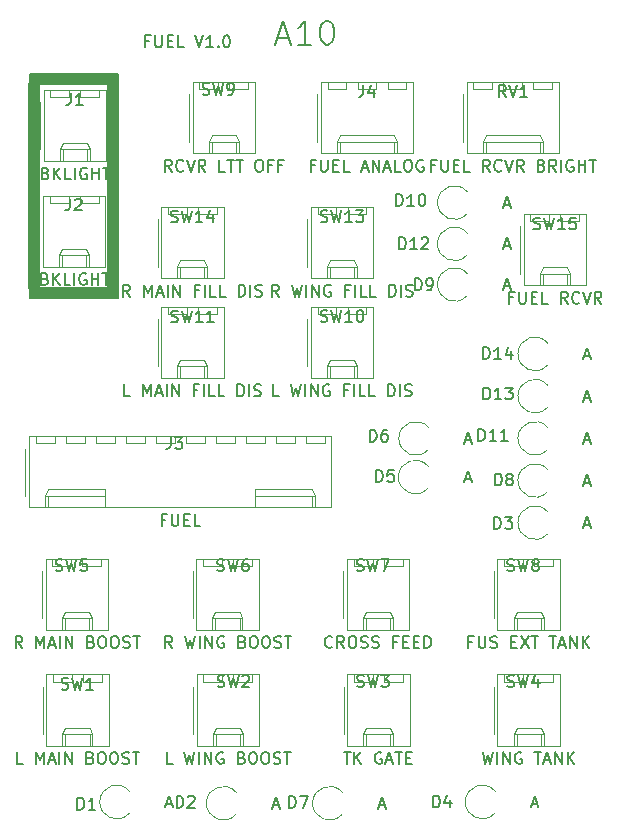
<source format=gbr>
%TF.GenerationSoftware,KiCad,Pcbnew,7.0.9*%
%TF.CreationDate,2023-12-03T08:59:46+10:00*%
%TF.ProjectId,FUEL,4655454c-2e6b-4696-9361-645f70636258,rev?*%
%TF.SameCoordinates,Original*%
%TF.FileFunction,Legend,Top*%
%TF.FilePolarity,Positive*%
%FSLAX46Y46*%
G04 Gerber Fmt 4.6, Leading zero omitted, Abs format (unit mm)*
G04 Created by KiCad (PCBNEW 7.0.9) date 2023-12-03 08:59:46*
%MOMM*%
%LPD*%
G01*
G04 APERTURE LIST*
%ADD10C,0.150000*%
%ADD11C,0.120000*%
G04 APERTURE END LIST*
D10*
X114530000Y-50754600D02*
X115390000Y-50754600D01*
X115390000Y-69740000D01*
X114530000Y-69740000D01*
X114530000Y-50754600D01*
G36*
X114530000Y-50754600D02*
G01*
X115390000Y-50754600D01*
X115390000Y-69740000D01*
X114530000Y-69740000D01*
X114530000Y-50754600D01*
G37*
X107850000Y-51582300D02*
X108710000Y-51582300D01*
X108710000Y-68917700D01*
X107850000Y-68917700D01*
X107850000Y-51582300D01*
G36*
X107850000Y-51582300D02*
G01*
X108710000Y-51582300D01*
X108710000Y-68917700D01*
X107850000Y-68917700D01*
X107850000Y-51582300D01*
G37*
X107890000Y-68880000D02*
X115390000Y-68880000D01*
X115390000Y-69740000D01*
X107890000Y-69740000D01*
X107890000Y-68880000D01*
G36*
X107890000Y-68880000D02*
G01*
X115390000Y-68880000D01*
X115390000Y-69740000D01*
X107890000Y-69740000D01*
X107890000Y-68880000D01*
G37*
X107880000Y-50742300D02*
X114870000Y-50742300D01*
X114870000Y-51602300D01*
X107880000Y-51602300D01*
X107880000Y-50742300D01*
G36*
X107880000Y-50742300D02*
G01*
X114870000Y-50742300D01*
X114870000Y-51602300D01*
X107880000Y-51602300D01*
X107880000Y-50742300D01*
G37*
X128879636Y-47716009D02*
X129832017Y-47716009D01*
X128689160Y-48287438D02*
X129355826Y-46287438D01*
X129355826Y-46287438D02*
X130022493Y-48287438D01*
X131736779Y-48287438D02*
X130593922Y-48287438D01*
X131165350Y-48287438D02*
X131165350Y-46287438D01*
X131165350Y-46287438D02*
X130974874Y-46573152D01*
X130974874Y-46573152D02*
X130784398Y-46763628D01*
X130784398Y-46763628D02*
X130593922Y-46858866D01*
X132974874Y-46287438D02*
X133165351Y-46287438D01*
X133165351Y-46287438D02*
X133355827Y-46382676D01*
X133355827Y-46382676D02*
X133451065Y-46477914D01*
X133451065Y-46477914D02*
X133546303Y-46668390D01*
X133546303Y-46668390D02*
X133641541Y-47049342D01*
X133641541Y-47049342D02*
X133641541Y-47525533D01*
X133641541Y-47525533D02*
X133546303Y-47906485D01*
X133546303Y-47906485D02*
X133451065Y-48096961D01*
X133451065Y-48096961D02*
X133355827Y-48192200D01*
X133355827Y-48192200D02*
X133165351Y-48287438D01*
X133165351Y-48287438D02*
X132974874Y-48287438D01*
X132974874Y-48287438D02*
X132784398Y-48192200D01*
X132784398Y-48192200D02*
X132689160Y-48096961D01*
X132689160Y-48096961D02*
X132593922Y-47906485D01*
X132593922Y-47906485D02*
X132498684Y-47525533D01*
X132498684Y-47525533D02*
X132498684Y-47049342D01*
X132498684Y-47049342D02*
X132593922Y-46668390D01*
X132593922Y-46668390D02*
X132689160Y-46477914D01*
X132689160Y-46477914D02*
X132784398Y-46382676D01*
X132784398Y-46382676D02*
X132974874Y-46287438D01*
X118000112Y-47976009D02*
X117666779Y-47976009D01*
X117666779Y-48499819D02*
X117666779Y-47499819D01*
X117666779Y-47499819D02*
X118142969Y-47499819D01*
X118523922Y-47499819D02*
X118523922Y-48309342D01*
X118523922Y-48309342D02*
X118571541Y-48404580D01*
X118571541Y-48404580D02*
X118619160Y-48452200D01*
X118619160Y-48452200D02*
X118714398Y-48499819D01*
X118714398Y-48499819D02*
X118904874Y-48499819D01*
X118904874Y-48499819D02*
X119000112Y-48452200D01*
X119000112Y-48452200D02*
X119047731Y-48404580D01*
X119047731Y-48404580D02*
X119095350Y-48309342D01*
X119095350Y-48309342D02*
X119095350Y-47499819D01*
X119571541Y-47976009D02*
X119904874Y-47976009D01*
X120047731Y-48499819D02*
X119571541Y-48499819D01*
X119571541Y-48499819D02*
X119571541Y-47499819D01*
X119571541Y-47499819D02*
X120047731Y-47499819D01*
X120952493Y-48499819D02*
X120476303Y-48499819D01*
X120476303Y-48499819D02*
X120476303Y-47499819D01*
X121904875Y-47499819D02*
X122238208Y-48499819D01*
X122238208Y-48499819D02*
X122571541Y-47499819D01*
X123428684Y-48499819D02*
X122857256Y-48499819D01*
X123142970Y-48499819D02*
X123142970Y-47499819D01*
X123142970Y-47499819D02*
X123047732Y-47642676D01*
X123047732Y-47642676D02*
X122952494Y-47737914D01*
X122952494Y-47737914D02*
X122857256Y-47785533D01*
X123857256Y-48404580D02*
X123904875Y-48452200D01*
X123904875Y-48452200D02*
X123857256Y-48499819D01*
X123857256Y-48499819D02*
X123809637Y-48452200D01*
X123809637Y-48452200D02*
X123857256Y-48404580D01*
X123857256Y-48404580D02*
X123857256Y-48499819D01*
X124523922Y-47499819D02*
X124619160Y-47499819D01*
X124619160Y-47499819D02*
X124714398Y-47547438D01*
X124714398Y-47547438D02*
X124762017Y-47595057D01*
X124762017Y-47595057D02*
X124809636Y-47690295D01*
X124809636Y-47690295D02*
X124857255Y-47880771D01*
X124857255Y-47880771D02*
X124857255Y-48118866D01*
X124857255Y-48118866D02*
X124809636Y-48309342D01*
X124809636Y-48309342D02*
X124762017Y-48404580D01*
X124762017Y-48404580D02*
X124714398Y-48452200D01*
X124714398Y-48452200D02*
X124619160Y-48499819D01*
X124619160Y-48499819D02*
X124523922Y-48499819D01*
X124523922Y-48499819D02*
X124428684Y-48452200D01*
X124428684Y-48452200D02*
X124381065Y-48404580D01*
X124381065Y-48404580D02*
X124333446Y-48309342D01*
X124333446Y-48309342D02*
X124285827Y-48118866D01*
X124285827Y-48118866D02*
X124285827Y-47880771D01*
X124285827Y-47880771D02*
X124333446Y-47690295D01*
X124333446Y-47690295D02*
X124381065Y-47595057D01*
X124381065Y-47595057D02*
X124428684Y-47547438D01*
X124428684Y-47547438D02*
X124523922Y-47499819D01*
X150540476Y-63887200D02*
X150683333Y-63934819D01*
X150683333Y-63934819D02*
X150921428Y-63934819D01*
X150921428Y-63934819D02*
X151016666Y-63887200D01*
X151016666Y-63887200D02*
X151064285Y-63839580D01*
X151064285Y-63839580D02*
X151111904Y-63744342D01*
X151111904Y-63744342D02*
X151111904Y-63649104D01*
X151111904Y-63649104D02*
X151064285Y-63553866D01*
X151064285Y-63553866D02*
X151016666Y-63506247D01*
X151016666Y-63506247D02*
X150921428Y-63458628D01*
X150921428Y-63458628D02*
X150730952Y-63411009D01*
X150730952Y-63411009D02*
X150635714Y-63363390D01*
X150635714Y-63363390D02*
X150588095Y-63315771D01*
X150588095Y-63315771D02*
X150540476Y-63220533D01*
X150540476Y-63220533D02*
X150540476Y-63125295D01*
X150540476Y-63125295D02*
X150588095Y-63030057D01*
X150588095Y-63030057D02*
X150635714Y-62982438D01*
X150635714Y-62982438D02*
X150730952Y-62934819D01*
X150730952Y-62934819D02*
X150969047Y-62934819D01*
X150969047Y-62934819D02*
X151111904Y-62982438D01*
X151445238Y-62934819D02*
X151683333Y-63934819D01*
X151683333Y-63934819D02*
X151873809Y-63220533D01*
X151873809Y-63220533D02*
X152064285Y-63934819D01*
X152064285Y-63934819D02*
X152302381Y-62934819D01*
X153207142Y-63934819D02*
X152635714Y-63934819D01*
X152921428Y-63934819D02*
X152921428Y-62934819D01*
X152921428Y-62934819D02*
X152826190Y-63077676D01*
X152826190Y-63077676D02*
X152730952Y-63172914D01*
X152730952Y-63172914D02*
X152635714Y-63220533D01*
X154111904Y-62934819D02*
X153635714Y-62934819D01*
X153635714Y-62934819D02*
X153588095Y-63411009D01*
X153588095Y-63411009D02*
X153635714Y-63363390D01*
X153635714Y-63363390D02*
X153730952Y-63315771D01*
X153730952Y-63315771D02*
X153969047Y-63315771D01*
X153969047Y-63315771D02*
X154064285Y-63363390D01*
X154064285Y-63363390D02*
X154111904Y-63411009D01*
X154111904Y-63411009D02*
X154159523Y-63506247D01*
X154159523Y-63506247D02*
X154159523Y-63744342D01*
X154159523Y-63744342D02*
X154111904Y-63839580D01*
X154111904Y-63839580D02*
X154064285Y-63887200D01*
X154064285Y-63887200D02*
X153969047Y-63934819D01*
X153969047Y-63934819D02*
X153730952Y-63934819D01*
X153730952Y-63934819D02*
X153635714Y-63887200D01*
X153635714Y-63887200D02*
X153588095Y-63839580D01*
X148812380Y-69701009D02*
X148479047Y-69701009D01*
X148479047Y-70224819D02*
X148479047Y-69224819D01*
X148479047Y-69224819D02*
X148955237Y-69224819D01*
X149336190Y-69224819D02*
X149336190Y-70034342D01*
X149336190Y-70034342D02*
X149383809Y-70129580D01*
X149383809Y-70129580D02*
X149431428Y-70177200D01*
X149431428Y-70177200D02*
X149526666Y-70224819D01*
X149526666Y-70224819D02*
X149717142Y-70224819D01*
X149717142Y-70224819D02*
X149812380Y-70177200D01*
X149812380Y-70177200D02*
X149859999Y-70129580D01*
X149859999Y-70129580D02*
X149907618Y-70034342D01*
X149907618Y-70034342D02*
X149907618Y-69224819D01*
X150383809Y-69701009D02*
X150717142Y-69701009D01*
X150859999Y-70224819D02*
X150383809Y-70224819D01*
X150383809Y-70224819D02*
X150383809Y-69224819D01*
X150383809Y-69224819D02*
X150859999Y-69224819D01*
X151764761Y-70224819D02*
X151288571Y-70224819D01*
X151288571Y-70224819D02*
X151288571Y-69224819D01*
X153431428Y-70224819D02*
X153098095Y-69748628D01*
X152860000Y-70224819D02*
X152860000Y-69224819D01*
X152860000Y-69224819D02*
X153240952Y-69224819D01*
X153240952Y-69224819D02*
X153336190Y-69272438D01*
X153336190Y-69272438D02*
X153383809Y-69320057D01*
X153383809Y-69320057D02*
X153431428Y-69415295D01*
X153431428Y-69415295D02*
X153431428Y-69558152D01*
X153431428Y-69558152D02*
X153383809Y-69653390D01*
X153383809Y-69653390D02*
X153336190Y-69701009D01*
X153336190Y-69701009D02*
X153240952Y-69748628D01*
X153240952Y-69748628D02*
X152860000Y-69748628D01*
X154431428Y-70129580D02*
X154383809Y-70177200D01*
X154383809Y-70177200D02*
X154240952Y-70224819D01*
X154240952Y-70224819D02*
X154145714Y-70224819D01*
X154145714Y-70224819D02*
X154002857Y-70177200D01*
X154002857Y-70177200D02*
X153907619Y-70081961D01*
X153907619Y-70081961D02*
X153860000Y-69986723D01*
X153860000Y-69986723D02*
X153812381Y-69796247D01*
X153812381Y-69796247D02*
X153812381Y-69653390D01*
X153812381Y-69653390D02*
X153860000Y-69462914D01*
X153860000Y-69462914D02*
X153907619Y-69367676D01*
X153907619Y-69367676D02*
X154002857Y-69272438D01*
X154002857Y-69272438D02*
X154145714Y-69224819D01*
X154145714Y-69224819D02*
X154240952Y-69224819D01*
X154240952Y-69224819D02*
X154383809Y-69272438D01*
X154383809Y-69272438D02*
X154431428Y-69320057D01*
X154717143Y-69224819D02*
X155050476Y-70224819D01*
X155050476Y-70224819D02*
X155383809Y-69224819D01*
X156288571Y-70224819D02*
X155955238Y-69748628D01*
X155717143Y-70224819D02*
X155717143Y-69224819D01*
X155717143Y-69224819D02*
X156098095Y-69224819D01*
X156098095Y-69224819D02*
X156193333Y-69272438D01*
X156193333Y-69272438D02*
X156240952Y-69320057D01*
X156240952Y-69320057D02*
X156288571Y-69415295D01*
X156288571Y-69415295D02*
X156288571Y-69558152D01*
X156288571Y-69558152D02*
X156240952Y-69653390D01*
X156240952Y-69653390D02*
X156193333Y-69701009D01*
X156193333Y-69701009D02*
X156098095Y-69748628D01*
X156098095Y-69748628D02*
X155717143Y-69748628D01*
X132530476Y-71727200D02*
X132673333Y-71774819D01*
X132673333Y-71774819D02*
X132911428Y-71774819D01*
X132911428Y-71774819D02*
X133006666Y-71727200D01*
X133006666Y-71727200D02*
X133054285Y-71679580D01*
X133054285Y-71679580D02*
X133101904Y-71584342D01*
X133101904Y-71584342D02*
X133101904Y-71489104D01*
X133101904Y-71489104D02*
X133054285Y-71393866D01*
X133054285Y-71393866D02*
X133006666Y-71346247D01*
X133006666Y-71346247D02*
X132911428Y-71298628D01*
X132911428Y-71298628D02*
X132720952Y-71251009D01*
X132720952Y-71251009D02*
X132625714Y-71203390D01*
X132625714Y-71203390D02*
X132578095Y-71155771D01*
X132578095Y-71155771D02*
X132530476Y-71060533D01*
X132530476Y-71060533D02*
X132530476Y-70965295D01*
X132530476Y-70965295D02*
X132578095Y-70870057D01*
X132578095Y-70870057D02*
X132625714Y-70822438D01*
X132625714Y-70822438D02*
X132720952Y-70774819D01*
X132720952Y-70774819D02*
X132959047Y-70774819D01*
X132959047Y-70774819D02*
X133101904Y-70822438D01*
X133435238Y-70774819D02*
X133673333Y-71774819D01*
X133673333Y-71774819D02*
X133863809Y-71060533D01*
X133863809Y-71060533D02*
X134054285Y-71774819D01*
X134054285Y-71774819D02*
X134292381Y-70774819D01*
X135197142Y-71774819D02*
X134625714Y-71774819D01*
X134911428Y-71774819D02*
X134911428Y-70774819D01*
X134911428Y-70774819D02*
X134816190Y-70917676D01*
X134816190Y-70917676D02*
X134720952Y-71012914D01*
X134720952Y-71012914D02*
X134625714Y-71060533D01*
X135816190Y-70774819D02*
X135911428Y-70774819D01*
X135911428Y-70774819D02*
X136006666Y-70822438D01*
X136006666Y-70822438D02*
X136054285Y-70870057D01*
X136054285Y-70870057D02*
X136101904Y-70965295D01*
X136101904Y-70965295D02*
X136149523Y-71155771D01*
X136149523Y-71155771D02*
X136149523Y-71393866D01*
X136149523Y-71393866D02*
X136101904Y-71584342D01*
X136101904Y-71584342D02*
X136054285Y-71679580D01*
X136054285Y-71679580D02*
X136006666Y-71727200D01*
X136006666Y-71727200D02*
X135911428Y-71774819D01*
X135911428Y-71774819D02*
X135816190Y-71774819D01*
X135816190Y-71774819D02*
X135720952Y-71727200D01*
X135720952Y-71727200D02*
X135673333Y-71679580D01*
X135673333Y-71679580D02*
X135625714Y-71584342D01*
X135625714Y-71584342D02*
X135578095Y-71393866D01*
X135578095Y-71393866D02*
X135578095Y-71155771D01*
X135578095Y-71155771D02*
X135625714Y-70965295D01*
X135625714Y-70965295D02*
X135673333Y-70870057D01*
X135673333Y-70870057D02*
X135720952Y-70822438D01*
X135720952Y-70822438D02*
X135816190Y-70774819D01*
X128982857Y-78064819D02*
X128506667Y-78064819D01*
X128506667Y-78064819D02*
X128506667Y-77064819D01*
X129982858Y-77064819D02*
X130220953Y-78064819D01*
X130220953Y-78064819D02*
X130411429Y-77350533D01*
X130411429Y-77350533D02*
X130601905Y-78064819D01*
X130601905Y-78064819D02*
X130840001Y-77064819D01*
X131220953Y-78064819D02*
X131220953Y-77064819D01*
X131697143Y-78064819D02*
X131697143Y-77064819D01*
X131697143Y-77064819D02*
X132268571Y-78064819D01*
X132268571Y-78064819D02*
X132268571Y-77064819D01*
X133268571Y-77112438D02*
X133173333Y-77064819D01*
X133173333Y-77064819D02*
X133030476Y-77064819D01*
X133030476Y-77064819D02*
X132887619Y-77112438D01*
X132887619Y-77112438D02*
X132792381Y-77207676D01*
X132792381Y-77207676D02*
X132744762Y-77302914D01*
X132744762Y-77302914D02*
X132697143Y-77493390D01*
X132697143Y-77493390D02*
X132697143Y-77636247D01*
X132697143Y-77636247D02*
X132744762Y-77826723D01*
X132744762Y-77826723D02*
X132792381Y-77921961D01*
X132792381Y-77921961D02*
X132887619Y-78017200D01*
X132887619Y-78017200D02*
X133030476Y-78064819D01*
X133030476Y-78064819D02*
X133125714Y-78064819D01*
X133125714Y-78064819D02*
X133268571Y-78017200D01*
X133268571Y-78017200D02*
X133316190Y-77969580D01*
X133316190Y-77969580D02*
X133316190Y-77636247D01*
X133316190Y-77636247D02*
X133125714Y-77636247D01*
X134840000Y-77541009D02*
X134506667Y-77541009D01*
X134506667Y-78064819D02*
X134506667Y-77064819D01*
X134506667Y-77064819D02*
X134982857Y-77064819D01*
X135363810Y-78064819D02*
X135363810Y-77064819D01*
X136316190Y-78064819D02*
X135840000Y-78064819D01*
X135840000Y-78064819D02*
X135840000Y-77064819D01*
X137125714Y-78064819D02*
X136649524Y-78064819D01*
X136649524Y-78064819D02*
X136649524Y-77064819D01*
X138220953Y-78064819D02*
X138220953Y-77064819D01*
X138220953Y-77064819D02*
X138459048Y-77064819D01*
X138459048Y-77064819D02*
X138601905Y-77112438D01*
X138601905Y-77112438D02*
X138697143Y-77207676D01*
X138697143Y-77207676D02*
X138744762Y-77302914D01*
X138744762Y-77302914D02*
X138792381Y-77493390D01*
X138792381Y-77493390D02*
X138792381Y-77636247D01*
X138792381Y-77636247D02*
X138744762Y-77826723D01*
X138744762Y-77826723D02*
X138697143Y-77921961D01*
X138697143Y-77921961D02*
X138601905Y-78017200D01*
X138601905Y-78017200D02*
X138459048Y-78064819D01*
X138459048Y-78064819D02*
X138220953Y-78064819D01*
X139220953Y-78064819D02*
X139220953Y-77064819D01*
X139649524Y-78017200D02*
X139792381Y-78064819D01*
X139792381Y-78064819D02*
X140030476Y-78064819D01*
X140030476Y-78064819D02*
X140125714Y-78017200D01*
X140125714Y-78017200D02*
X140173333Y-77969580D01*
X140173333Y-77969580D02*
X140220952Y-77874342D01*
X140220952Y-77874342D02*
X140220952Y-77779104D01*
X140220952Y-77779104D02*
X140173333Y-77683866D01*
X140173333Y-77683866D02*
X140125714Y-77636247D01*
X140125714Y-77636247D02*
X140030476Y-77588628D01*
X140030476Y-77588628D02*
X139840000Y-77541009D01*
X139840000Y-77541009D02*
X139744762Y-77493390D01*
X139744762Y-77493390D02*
X139697143Y-77445771D01*
X139697143Y-77445771D02*
X139649524Y-77350533D01*
X139649524Y-77350533D02*
X139649524Y-77255295D01*
X139649524Y-77255295D02*
X139697143Y-77160057D01*
X139697143Y-77160057D02*
X139744762Y-77112438D01*
X139744762Y-77112438D02*
X139840000Y-77064819D01*
X139840000Y-77064819D02*
X140078095Y-77064819D01*
X140078095Y-77064819D02*
X140220952Y-77112438D01*
X142056905Y-112874819D02*
X142056905Y-111874819D01*
X142056905Y-111874819D02*
X142295000Y-111874819D01*
X142295000Y-111874819D02*
X142437857Y-111922438D01*
X142437857Y-111922438D02*
X142533095Y-112017676D01*
X142533095Y-112017676D02*
X142580714Y-112112914D01*
X142580714Y-112112914D02*
X142628333Y-112303390D01*
X142628333Y-112303390D02*
X142628333Y-112446247D01*
X142628333Y-112446247D02*
X142580714Y-112636723D01*
X142580714Y-112636723D02*
X142533095Y-112731961D01*
X142533095Y-112731961D02*
X142437857Y-112827200D01*
X142437857Y-112827200D02*
X142295000Y-112874819D01*
X142295000Y-112874819D02*
X142056905Y-112874819D01*
X143485476Y-112208152D02*
X143485476Y-112874819D01*
X143247381Y-111827200D02*
X143009286Y-112541485D01*
X143009286Y-112541485D02*
X143628333Y-112541485D01*
X150401905Y-112589104D02*
X150878095Y-112589104D01*
X150306667Y-112874819D02*
X150640000Y-111874819D01*
X150640000Y-111874819D02*
X150973333Y-112874819D01*
X119860476Y-71767200D02*
X120003333Y-71814819D01*
X120003333Y-71814819D02*
X120241428Y-71814819D01*
X120241428Y-71814819D02*
X120336666Y-71767200D01*
X120336666Y-71767200D02*
X120384285Y-71719580D01*
X120384285Y-71719580D02*
X120431904Y-71624342D01*
X120431904Y-71624342D02*
X120431904Y-71529104D01*
X120431904Y-71529104D02*
X120384285Y-71433866D01*
X120384285Y-71433866D02*
X120336666Y-71386247D01*
X120336666Y-71386247D02*
X120241428Y-71338628D01*
X120241428Y-71338628D02*
X120050952Y-71291009D01*
X120050952Y-71291009D02*
X119955714Y-71243390D01*
X119955714Y-71243390D02*
X119908095Y-71195771D01*
X119908095Y-71195771D02*
X119860476Y-71100533D01*
X119860476Y-71100533D02*
X119860476Y-71005295D01*
X119860476Y-71005295D02*
X119908095Y-70910057D01*
X119908095Y-70910057D02*
X119955714Y-70862438D01*
X119955714Y-70862438D02*
X120050952Y-70814819D01*
X120050952Y-70814819D02*
X120289047Y-70814819D01*
X120289047Y-70814819D02*
X120431904Y-70862438D01*
X120765238Y-70814819D02*
X121003333Y-71814819D01*
X121003333Y-71814819D02*
X121193809Y-71100533D01*
X121193809Y-71100533D02*
X121384285Y-71814819D01*
X121384285Y-71814819D02*
X121622381Y-70814819D01*
X122527142Y-71814819D02*
X121955714Y-71814819D01*
X122241428Y-71814819D02*
X122241428Y-70814819D01*
X122241428Y-70814819D02*
X122146190Y-70957676D01*
X122146190Y-70957676D02*
X122050952Y-71052914D01*
X122050952Y-71052914D02*
X121955714Y-71100533D01*
X123479523Y-71814819D02*
X122908095Y-71814819D01*
X123193809Y-71814819D02*
X123193809Y-70814819D01*
X123193809Y-70814819D02*
X123098571Y-70957676D01*
X123098571Y-70957676D02*
X123003333Y-71052914D01*
X123003333Y-71052914D02*
X122908095Y-71100533D01*
X116384285Y-78064819D02*
X115908095Y-78064819D01*
X115908095Y-78064819D02*
X115908095Y-77064819D01*
X117479524Y-78064819D02*
X117479524Y-77064819D01*
X117479524Y-77064819D02*
X117812857Y-77779104D01*
X117812857Y-77779104D02*
X118146190Y-77064819D01*
X118146190Y-77064819D02*
X118146190Y-78064819D01*
X118574762Y-77779104D02*
X119050952Y-77779104D01*
X118479524Y-78064819D02*
X118812857Y-77064819D01*
X118812857Y-77064819D02*
X119146190Y-78064819D01*
X119479524Y-78064819D02*
X119479524Y-77064819D01*
X119955714Y-78064819D02*
X119955714Y-77064819D01*
X119955714Y-77064819D02*
X120527142Y-78064819D01*
X120527142Y-78064819D02*
X120527142Y-77064819D01*
X122098571Y-77541009D02*
X121765238Y-77541009D01*
X121765238Y-78064819D02*
X121765238Y-77064819D01*
X121765238Y-77064819D02*
X122241428Y-77064819D01*
X122622381Y-78064819D02*
X122622381Y-77064819D01*
X123574761Y-78064819D02*
X123098571Y-78064819D01*
X123098571Y-78064819D02*
X123098571Y-77064819D01*
X124384285Y-78064819D02*
X123908095Y-78064819D01*
X123908095Y-78064819D02*
X123908095Y-77064819D01*
X125479524Y-78064819D02*
X125479524Y-77064819D01*
X125479524Y-77064819D02*
X125717619Y-77064819D01*
X125717619Y-77064819D02*
X125860476Y-77112438D01*
X125860476Y-77112438D02*
X125955714Y-77207676D01*
X125955714Y-77207676D02*
X126003333Y-77302914D01*
X126003333Y-77302914D02*
X126050952Y-77493390D01*
X126050952Y-77493390D02*
X126050952Y-77636247D01*
X126050952Y-77636247D02*
X126003333Y-77826723D01*
X126003333Y-77826723D02*
X125955714Y-77921961D01*
X125955714Y-77921961D02*
X125860476Y-78017200D01*
X125860476Y-78017200D02*
X125717619Y-78064819D01*
X125717619Y-78064819D02*
X125479524Y-78064819D01*
X126479524Y-78064819D02*
X126479524Y-77064819D01*
X126908095Y-78017200D02*
X127050952Y-78064819D01*
X127050952Y-78064819D02*
X127289047Y-78064819D01*
X127289047Y-78064819D02*
X127384285Y-78017200D01*
X127384285Y-78017200D02*
X127431904Y-77969580D01*
X127431904Y-77969580D02*
X127479523Y-77874342D01*
X127479523Y-77874342D02*
X127479523Y-77779104D01*
X127479523Y-77779104D02*
X127431904Y-77683866D01*
X127431904Y-77683866D02*
X127384285Y-77636247D01*
X127384285Y-77636247D02*
X127289047Y-77588628D01*
X127289047Y-77588628D02*
X127098571Y-77541009D01*
X127098571Y-77541009D02*
X127003333Y-77493390D01*
X127003333Y-77493390D02*
X126955714Y-77445771D01*
X126955714Y-77445771D02*
X126908095Y-77350533D01*
X126908095Y-77350533D02*
X126908095Y-77255295D01*
X126908095Y-77255295D02*
X126955714Y-77160057D01*
X126955714Y-77160057D02*
X127003333Y-77112438D01*
X127003333Y-77112438D02*
X127098571Y-77064819D01*
X127098571Y-77064819D02*
X127336666Y-77064819D01*
X127336666Y-77064819D02*
X127479523Y-77112438D01*
X123776667Y-92817200D02*
X123919524Y-92864819D01*
X123919524Y-92864819D02*
X124157619Y-92864819D01*
X124157619Y-92864819D02*
X124252857Y-92817200D01*
X124252857Y-92817200D02*
X124300476Y-92769580D01*
X124300476Y-92769580D02*
X124348095Y-92674342D01*
X124348095Y-92674342D02*
X124348095Y-92579104D01*
X124348095Y-92579104D02*
X124300476Y-92483866D01*
X124300476Y-92483866D02*
X124252857Y-92436247D01*
X124252857Y-92436247D02*
X124157619Y-92388628D01*
X124157619Y-92388628D02*
X123967143Y-92341009D01*
X123967143Y-92341009D02*
X123871905Y-92293390D01*
X123871905Y-92293390D02*
X123824286Y-92245771D01*
X123824286Y-92245771D02*
X123776667Y-92150533D01*
X123776667Y-92150533D02*
X123776667Y-92055295D01*
X123776667Y-92055295D02*
X123824286Y-91960057D01*
X123824286Y-91960057D02*
X123871905Y-91912438D01*
X123871905Y-91912438D02*
X123967143Y-91864819D01*
X123967143Y-91864819D02*
X124205238Y-91864819D01*
X124205238Y-91864819D02*
X124348095Y-91912438D01*
X124681429Y-91864819D02*
X124919524Y-92864819D01*
X124919524Y-92864819D02*
X125110000Y-92150533D01*
X125110000Y-92150533D02*
X125300476Y-92864819D01*
X125300476Y-92864819D02*
X125538572Y-91864819D01*
X126348095Y-91864819D02*
X126157619Y-91864819D01*
X126157619Y-91864819D02*
X126062381Y-91912438D01*
X126062381Y-91912438D02*
X126014762Y-91960057D01*
X126014762Y-91960057D02*
X125919524Y-92102914D01*
X125919524Y-92102914D02*
X125871905Y-92293390D01*
X125871905Y-92293390D02*
X125871905Y-92674342D01*
X125871905Y-92674342D02*
X125919524Y-92769580D01*
X125919524Y-92769580D02*
X125967143Y-92817200D01*
X125967143Y-92817200D02*
X126062381Y-92864819D01*
X126062381Y-92864819D02*
X126252857Y-92864819D01*
X126252857Y-92864819D02*
X126348095Y-92817200D01*
X126348095Y-92817200D02*
X126395714Y-92769580D01*
X126395714Y-92769580D02*
X126443333Y-92674342D01*
X126443333Y-92674342D02*
X126443333Y-92436247D01*
X126443333Y-92436247D02*
X126395714Y-92341009D01*
X126395714Y-92341009D02*
X126348095Y-92293390D01*
X126348095Y-92293390D02*
X126252857Y-92245771D01*
X126252857Y-92245771D02*
X126062381Y-92245771D01*
X126062381Y-92245771D02*
X125967143Y-92293390D01*
X125967143Y-92293390D02*
X125919524Y-92341009D01*
X125919524Y-92341009D02*
X125871905Y-92436247D01*
X119949523Y-99374819D02*
X119616190Y-98898628D01*
X119378095Y-99374819D02*
X119378095Y-98374819D01*
X119378095Y-98374819D02*
X119759047Y-98374819D01*
X119759047Y-98374819D02*
X119854285Y-98422438D01*
X119854285Y-98422438D02*
X119901904Y-98470057D01*
X119901904Y-98470057D02*
X119949523Y-98565295D01*
X119949523Y-98565295D02*
X119949523Y-98708152D01*
X119949523Y-98708152D02*
X119901904Y-98803390D01*
X119901904Y-98803390D02*
X119854285Y-98851009D01*
X119854285Y-98851009D02*
X119759047Y-98898628D01*
X119759047Y-98898628D02*
X119378095Y-98898628D01*
X121044762Y-98374819D02*
X121282857Y-99374819D01*
X121282857Y-99374819D02*
X121473333Y-98660533D01*
X121473333Y-98660533D02*
X121663809Y-99374819D01*
X121663809Y-99374819D02*
X121901905Y-98374819D01*
X122282857Y-99374819D02*
X122282857Y-98374819D01*
X122759047Y-99374819D02*
X122759047Y-98374819D01*
X122759047Y-98374819D02*
X123330475Y-99374819D01*
X123330475Y-99374819D02*
X123330475Y-98374819D01*
X124330475Y-98422438D02*
X124235237Y-98374819D01*
X124235237Y-98374819D02*
X124092380Y-98374819D01*
X124092380Y-98374819D02*
X123949523Y-98422438D01*
X123949523Y-98422438D02*
X123854285Y-98517676D01*
X123854285Y-98517676D02*
X123806666Y-98612914D01*
X123806666Y-98612914D02*
X123759047Y-98803390D01*
X123759047Y-98803390D02*
X123759047Y-98946247D01*
X123759047Y-98946247D02*
X123806666Y-99136723D01*
X123806666Y-99136723D02*
X123854285Y-99231961D01*
X123854285Y-99231961D02*
X123949523Y-99327200D01*
X123949523Y-99327200D02*
X124092380Y-99374819D01*
X124092380Y-99374819D02*
X124187618Y-99374819D01*
X124187618Y-99374819D02*
X124330475Y-99327200D01*
X124330475Y-99327200D02*
X124378094Y-99279580D01*
X124378094Y-99279580D02*
X124378094Y-98946247D01*
X124378094Y-98946247D02*
X124187618Y-98946247D01*
X125901904Y-98851009D02*
X126044761Y-98898628D01*
X126044761Y-98898628D02*
X126092380Y-98946247D01*
X126092380Y-98946247D02*
X126139999Y-99041485D01*
X126139999Y-99041485D02*
X126139999Y-99184342D01*
X126139999Y-99184342D02*
X126092380Y-99279580D01*
X126092380Y-99279580D02*
X126044761Y-99327200D01*
X126044761Y-99327200D02*
X125949523Y-99374819D01*
X125949523Y-99374819D02*
X125568571Y-99374819D01*
X125568571Y-99374819D02*
X125568571Y-98374819D01*
X125568571Y-98374819D02*
X125901904Y-98374819D01*
X125901904Y-98374819D02*
X125997142Y-98422438D01*
X125997142Y-98422438D02*
X126044761Y-98470057D01*
X126044761Y-98470057D02*
X126092380Y-98565295D01*
X126092380Y-98565295D02*
X126092380Y-98660533D01*
X126092380Y-98660533D02*
X126044761Y-98755771D01*
X126044761Y-98755771D02*
X125997142Y-98803390D01*
X125997142Y-98803390D02*
X125901904Y-98851009D01*
X125901904Y-98851009D02*
X125568571Y-98851009D01*
X126759047Y-98374819D02*
X126949523Y-98374819D01*
X126949523Y-98374819D02*
X127044761Y-98422438D01*
X127044761Y-98422438D02*
X127139999Y-98517676D01*
X127139999Y-98517676D02*
X127187618Y-98708152D01*
X127187618Y-98708152D02*
X127187618Y-99041485D01*
X127187618Y-99041485D02*
X127139999Y-99231961D01*
X127139999Y-99231961D02*
X127044761Y-99327200D01*
X127044761Y-99327200D02*
X126949523Y-99374819D01*
X126949523Y-99374819D02*
X126759047Y-99374819D01*
X126759047Y-99374819D02*
X126663809Y-99327200D01*
X126663809Y-99327200D02*
X126568571Y-99231961D01*
X126568571Y-99231961D02*
X126520952Y-99041485D01*
X126520952Y-99041485D02*
X126520952Y-98708152D01*
X126520952Y-98708152D02*
X126568571Y-98517676D01*
X126568571Y-98517676D02*
X126663809Y-98422438D01*
X126663809Y-98422438D02*
X126759047Y-98374819D01*
X127806666Y-98374819D02*
X127997142Y-98374819D01*
X127997142Y-98374819D02*
X128092380Y-98422438D01*
X128092380Y-98422438D02*
X128187618Y-98517676D01*
X128187618Y-98517676D02*
X128235237Y-98708152D01*
X128235237Y-98708152D02*
X128235237Y-99041485D01*
X128235237Y-99041485D02*
X128187618Y-99231961D01*
X128187618Y-99231961D02*
X128092380Y-99327200D01*
X128092380Y-99327200D02*
X127997142Y-99374819D01*
X127997142Y-99374819D02*
X127806666Y-99374819D01*
X127806666Y-99374819D02*
X127711428Y-99327200D01*
X127711428Y-99327200D02*
X127616190Y-99231961D01*
X127616190Y-99231961D02*
X127568571Y-99041485D01*
X127568571Y-99041485D02*
X127568571Y-98708152D01*
X127568571Y-98708152D02*
X127616190Y-98517676D01*
X127616190Y-98517676D02*
X127711428Y-98422438D01*
X127711428Y-98422438D02*
X127806666Y-98374819D01*
X128616190Y-99327200D02*
X128759047Y-99374819D01*
X128759047Y-99374819D02*
X128997142Y-99374819D01*
X128997142Y-99374819D02*
X129092380Y-99327200D01*
X129092380Y-99327200D02*
X129139999Y-99279580D01*
X129139999Y-99279580D02*
X129187618Y-99184342D01*
X129187618Y-99184342D02*
X129187618Y-99089104D01*
X129187618Y-99089104D02*
X129139999Y-98993866D01*
X129139999Y-98993866D02*
X129092380Y-98946247D01*
X129092380Y-98946247D02*
X128997142Y-98898628D01*
X128997142Y-98898628D02*
X128806666Y-98851009D01*
X128806666Y-98851009D02*
X128711428Y-98803390D01*
X128711428Y-98803390D02*
X128663809Y-98755771D01*
X128663809Y-98755771D02*
X128616190Y-98660533D01*
X128616190Y-98660533D02*
X128616190Y-98565295D01*
X128616190Y-98565295D02*
X128663809Y-98470057D01*
X128663809Y-98470057D02*
X128711428Y-98422438D01*
X128711428Y-98422438D02*
X128806666Y-98374819D01*
X128806666Y-98374819D02*
X129044761Y-98374819D01*
X129044761Y-98374819D02*
X129187618Y-98422438D01*
X129473333Y-98374819D02*
X130044761Y-98374819D01*
X129759047Y-99374819D02*
X129759047Y-98374819D01*
X122526667Y-52487200D02*
X122669524Y-52534819D01*
X122669524Y-52534819D02*
X122907619Y-52534819D01*
X122907619Y-52534819D02*
X123002857Y-52487200D01*
X123002857Y-52487200D02*
X123050476Y-52439580D01*
X123050476Y-52439580D02*
X123098095Y-52344342D01*
X123098095Y-52344342D02*
X123098095Y-52249104D01*
X123098095Y-52249104D02*
X123050476Y-52153866D01*
X123050476Y-52153866D02*
X123002857Y-52106247D01*
X123002857Y-52106247D02*
X122907619Y-52058628D01*
X122907619Y-52058628D02*
X122717143Y-52011009D01*
X122717143Y-52011009D02*
X122621905Y-51963390D01*
X122621905Y-51963390D02*
X122574286Y-51915771D01*
X122574286Y-51915771D02*
X122526667Y-51820533D01*
X122526667Y-51820533D02*
X122526667Y-51725295D01*
X122526667Y-51725295D02*
X122574286Y-51630057D01*
X122574286Y-51630057D02*
X122621905Y-51582438D01*
X122621905Y-51582438D02*
X122717143Y-51534819D01*
X122717143Y-51534819D02*
X122955238Y-51534819D01*
X122955238Y-51534819D02*
X123098095Y-51582438D01*
X123431429Y-51534819D02*
X123669524Y-52534819D01*
X123669524Y-52534819D02*
X123860000Y-51820533D01*
X123860000Y-51820533D02*
X124050476Y-52534819D01*
X124050476Y-52534819D02*
X124288572Y-51534819D01*
X124717143Y-52534819D02*
X124907619Y-52534819D01*
X124907619Y-52534819D02*
X125002857Y-52487200D01*
X125002857Y-52487200D02*
X125050476Y-52439580D01*
X125050476Y-52439580D02*
X125145714Y-52296723D01*
X125145714Y-52296723D02*
X125193333Y-52106247D01*
X125193333Y-52106247D02*
X125193333Y-51725295D01*
X125193333Y-51725295D02*
X125145714Y-51630057D01*
X125145714Y-51630057D02*
X125098095Y-51582438D01*
X125098095Y-51582438D02*
X125002857Y-51534819D01*
X125002857Y-51534819D02*
X124812381Y-51534819D01*
X124812381Y-51534819D02*
X124717143Y-51582438D01*
X124717143Y-51582438D02*
X124669524Y-51630057D01*
X124669524Y-51630057D02*
X124621905Y-51725295D01*
X124621905Y-51725295D02*
X124621905Y-51963390D01*
X124621905Y-51963390D02*
X124669524Y-52058628D01*
X124669524Y-52058628D02*
X124717143Y-52106247D01*
X124717143Y-52106247D02*
X124812381Y-52153866D01*
X124812381Y-52153866D02*
X125002857Y-52153866D01*
X125002857Y-52153866D02*
X125098095Y-52106247D01*
X125098095Y-52106247D02*
X125145714Y-52058628D01*
X125145714Y-52058628D02*
X125193333Y-51963390D01*
X119901427Y-59044819D02*
X119568094Y-58568628D01*
X119329999Y-59044819D02*
X119329999Y-58044819D01*
X119329999Y-58044819D02*
X119710951Y-58044819D01*
X119710951Y-58044819D02*
X119806189Y-58092438D01*
X119806189Y-58092438D02*
X119853808Y-58140057D01*
X119853808Y-58140057D02*
X119901427Y-58235295D01*
X119901427Y-58235295D02*
X119901427Y-58378152D01*
X119901427Y-58378152D02*
X119853808Y-58473390D01*
X119853808Y-58473390D02*
X119806189Y-58521009D01*
X119806189Y-58521009D02*
X119710951Y-58568628D01*
X119710951Y-58568628D02*
X119329999Y-58568628D01*
X120901427Y-58949580D02*
X120853808Y-58997200D01*
X120853808Y-58997200D02*
X120710951Y-59044819D01*
X120710951Y-59044819D02*
X120615713Y-59044819D01*
X120615713Y-59044819D02*
X120472856Y-58997200D01*
X120472856Y-58997200D02*
X120377618Y-58901961D01*
X120377618Y-58901961D02*
X120329999Y-58806723D01*
X120329999Y-58806723D02*
X120282380Y-58616247D01*
X120282380Y-58616247D02*
X120282380Y-58473390D01*
X120282380Y-58473390D02*
X120329999Y-58282914D01*
X120329999Y-58282914D02*
X120377618Y-58187676D01*
X120377618Y-58187676D02*
X120472856Y-58092438D01*
X120472856Y-58092438D02*
X120615713Y-58044819D01*
X120615713Y-58044819D02*
X120710951Y-58044819D01*
X120710951Y-58044819D02*
X120853808Y-58092438D01*
X120853808Y-58092438D02*
X120901427Y-58140057D01*
X121187142Y-58044819D02*
X121520475Y-59044819D01*
X121520475Y-59044819D02*
X121853808Y-58044819D01*
X122758570Y-59044819D02*
X122425237Y-58568628D01*
X122187142Y-59044819D02*
X122187142Y-58044819D01*
X122187142Y-58044819D02*
X122568094Y-58044819D01*
X122568094Y-58044819D02*
X122663332Y-58092438D01*
X122663332Y-58092438D02*
X122710951Y-58140057D01*
X122710951Y-58140057D02*
X122758570Y-58235295D01*
X122758570Y-58235295D02*
X122758570Y-58378152D01*
X122758570Y-58378152D02*
X122710951Y-58473390D01*
X122710951Y-58473390D02*
X122663332Y-58521009D01*
X122663332Y-58521009D02*
X122568094Y-58568628D01*
X122568094Y-58568628D02*
X122187142Y-58568628D01*
X124425237Y-59044819D02*
X123949047Y-59044819D01*
X123949047Y-59044819D02*
X123949047Y-58044819D01*
X124615714Y-58044819D02*
X125187142Y-58044819D01*
X124901428Y-59044819D02*
X124901428Y-58044819D01*
X125377619Y-58044819D02*
X125949047Y-58044819D01*
X125663333Y-59044819D02*
X125663333Y-58044819D01*
X127234762Y-58044819D02*
X127425238Y-58044819D01*
X127425238Y-58044819D02*
X127520476Y-58092438D01*
X127520476Y-58092438D02*
X127615714Y-58187676D01*
X127615714Y-58187676D02*
X127663333Y-58378152D01*
X127663333Y-58378152D02*
X127663333Y-58711485D01*
X127663333Y-58711485D02*
X127615714Y-58901961D01*
X127615714Y-58901961D02*
X127520476Y-58997200D01*
X127520476Y-58997200D02*
X127425238Y-59044819D01*
X127425238Y-59044819D02*
X127234762Y-59044819D01*
X127234762Y-59044819D02*
X127139524Y-58997200D01*
X127139524Y-58997200D02*
X127044286Y-58901961D01*
X127044286Y-58901961D02*
X126996667Y-58711485D01*
X126996667Y-58711485D02*
X126996667Y-58378152D01*
X126996667Y-58378152D02*
X127044286Y-58187676D01*
X127044286Y-58187676D02*
X127139524Y-58092438D01*
X127139524Y-58092438D02*
X127234762Y-58044819D01*
X128425238Y-58521009D02*
X128091905Y-58521009D01*
X128091905Y-59044819D02*
X128091905Y-58044819D01*
X128091905Y-58044819D02*
X128568095Y-58044819D01*
X129282381Y-58521009D02*
X128949048Y-58521009D01*
X128949048Y-59044819D02*
X128949048Y-58044819D01*
X128949048Y-58044819D02*
X129425238Y-58044819D01*
X146275714Y-74908619D02*
X146275714Y-73908619D01*
X146275714Y-73908619D02*
X146513809Y-73908619D01*
X146513809Y-73908619D02*
X146656666Y-73956238D01*
X146656666Y-73956238D02*
X146751904Y-74051476D01*
X146751904Y-74051476D02*
X146799523Y-74146714D01*
X146799523Y-74146714D02*
X146847142Y-74337190D01*
X146847142Y-74337190D02*
X146847142Y-74480047D01*
X146847142Y-74480047D02*
X146799523Y-74670523D01*
X146799523Y-74670523D02*
X146751904Y-74765761D01*
X146751904Y-74765761D02*
X146656666Y-74861000D01*
X146656666Y-74861000D02*
X146513809Y-74908619D01*
X146513809Y-74908619D02*
X146275714Y-74908619D01*
X147799523Y-74908619D02*
X147228095Y-74908619D01*
X147513809Y-74908619D02*
X147513809Y-73908619D01*
X147513809Y-73908619D02*
X147418571Y-74051476D01*
X147418571Y-74051476D02*
X147323333Y-74146714D01*
X147323333Y-74146714D02*
X147228095Y-74194333D01*
X148656666Y-74241952D02*
X148656666Y-74908619D01*
X148418571Y-73861000D02*
X148180476Y-74575285D01*
X148180476Y-74575285D02*
X148799523Y-74575285D01*
X154861905Y-74652904D02*
X155338095Y-74652904D01*
X154766667Y-74938619D02*
X155100000Y-73938619D01*
X155100000Y-73938619D02*
X155433333Y-74938619D01*
X136116666Y-51724819D02*
X136116666Y-52439104D01*
X136116666Y-52439104D02*
X136069047Y-52581961D01*
X136069047Y-52581961D02*
X135973809Y-52677200D01*
X135973809Y-52677200D02*
X135830952Y-52724819D01*
X135830952Y-52724819D02*
X135735714Y-52724819D01*
X137021428Y-52058152D02*
X137021428Y-52724819D01*
X136783333Y-51677200D02*
X136545238Y-52391485D01*
X136545238Y-52391485D02*
X137164285Y-52391485D01*
X132021428Y-58521009D02*
X131688095Y-58521009D01*
X131688095Y-59044819D02*
X131688095Y-58044819D01*
X131688095Y-58044819D02*
X132164285Y-58044819D01*
X132545238Y-58044819D02*
X132545238Y-58854342D01*
X132545238Y-58854342D02*
X132592857Y-58949580D01*
X132592857Y-58949580D02*
X132640476Y-58997200D01*
X132640476Y-58997200D02*
X132735714Y-59044819D01*
X132735714Y-59044819D02*
X132926190Y-59044819D01*
X132926190Y-59044819D02*
X133021428Y-58997200D01*
X133021428Y-58997200D02*
X133069047Y-58949580D01*
X133069047Y-58949580D02*
X133116666Y-58854342D01*
X133116666Y-58854342D02*
X133116666Y-58044819D01*
X133592857Y-58521009D02*
X133926190Y-58521009D01*
X134069047Y-59044819D02*
X133592857Y-59044819D01*
X133592857Y-59044819D02*
X133592857Y-58044819D01*
X133592857Y-58044819D02*
X134069047Y-58044819D01*
X134973809Y-59044819D02*
X134497619Y-59044819D01*
X134497619Y-59044819D02*
X134497619Y-58044819D01*
X136021429Y-58759104D02*
X136497619Y-58759104D01*
X135926191Y-59044819D02*
X136259524Y-58044819D01*
X136259524Y-58044819D02*
X136592857Y-59044819D01*
X136926191Y-59044819D02*
X136926191Y-58044819D01*
X136926191Y-58044819D02*
X137497619Y-59044819D01*
X137497619Y-59044819D02*
X137497619Y-58044819D01*
X137926191Y-58759104D02*
X138402381Y-58759104D01*
X137830953Y-59044819D02*
X138164286Y-58044819D01*
X138164286Y-58044819D02*
X138497619Y-59044819D01*
X139307143Y-59044819D02*
X138830953Y-59044819D01*
X138830953Y-59044819D02*
X138830953Y-58044819D01*
X139830953Y-58044819D02*
X140021429Y-58044819D01*
X140021429Y-58044819D02*
X140116667Y-58092438D01*
X140116667Y-58092438D02*
X140211905Y-58187676D01*
X140211905Y-58187676D02*
X140259524Y-58378152D01*
X140259524Y-58378152D02*
X140259524Y-58711485D01*
X140259524Y-58711485D02*
X140211905Y-58901961D01*
X140211905Y-58901961D02*
X140116667Y-58997200D01*
X140116667Y-58997200D02*
X140021429Y-59044819D01*
X140021429Y-59044819D02*
X139830953Y-59044819D01*
X139830953Y-59044819D02*
X139735715Y-58997200D01*
X139735715Y-58997200D02*
X139640477Y-58901961D01*
X139640477Y-58901961D02*
X139592858Y-58711485D01*
X139592858Y-58711485D02*
X139592858Y-58378152D01*
X139592858Y-58378152D02*
X139640477Y-58187676D01*
X139640477Y-58187676D02*
X139735715Y-58092438D01*
X139735715Y-58092438D02*
X139830953Y-58044819D01*
X141211905Y-58092438D02*
X141116667Y-58044819D01*
X141116667Y-58044819D02*
X140973810Y-58044819D01*
X140973810Y-58044819D02*
X140830953Y-58092438D01*
X140830953Y-58092438D02*
X140735715Y-58187676D01*
X140735715Y-58187676D02*
X140688096Y-58282914D01*
X140688096Y-58282914D02*
X140640477Y-58473390D01*
X140640477Y-58473390D02*
X140640477Y-58616247D01*
X140640477Y-58616247D02*
X140688096Y-58806723D01*
X140688096Y-58806723D02*
X140735715Y-58901961D01*
X140735715Y-58901961D02*
X140830953Y-58997200D01*
X140830953Y-58997200D02*
X140973810Y-59044819D01*
X140973810Y-59044819D02*
X141069048Y-59044819D01*
X141069048Y-59044819D02*
X141211905Y-58997200D01*
X141211905Y-58997200D02*
X141259524Y-58949580D01*
X141259524Y-58949580D02*
X141259524Y-58616247D01*
X141259524Y-58616247D02*
X141069048Y-58616247D01*
X138915714Y-61954819D02*
X138915714Y-60954819D01*
X138915714Y-60954819D02*
X139153809Y-60954819D01*
X139153809Y-60954819D02*
X139296666Y-61002438D01*
X139296666Y-61002438D02*
X139391904Y-61097676D01*
X139391904Y-61097676D02*
X139439523Y-61192914D01*
X139439523Y-61192914D02*
X139487142Y-61383390D01*
X139487142Y-61383390D02*
X139487142Y-61526247D01*
X139487142Y-61526247D02*
X139439523Y-61716723D01*
X139439523Y-61716723D02*
X139391904Y-61811961D01*
X139391904Y-61811961D02*
X139296666Y-61907200D01*
X139296666Y-61907200D02*
X139153809Y-61954819D01*
X139153809Y-61954819D02*
X138915714Y-61954819D01*
X140439523Y-61954819D02*
X139868095Y-61954819D01*
X140153809Y-61954819D02*
X140153809Y-60954819D01*
X140153809Y-60954819D02*
X140058571Y-61097676D01*
X140058571Y-61097676D02*
X139963333Y-61192914D01*
X139963333Y-61192914D02*
X139868095Y-61240533D01*
X141058571Y-60954819D02*
X141153809Y-60954819D01*
X141153809Y-60954819D02*
X141249047Y-61002438D01*
X141249047Y-61002438D02*
X141296666Y-61050057D01*
X141296666Y-61050057D02*
X141344285Y-61145295D01*
X141344285Y-61145295D02*
X141391904Y-61335771D01*
X141391904Y-61335771D02*
X141391904Y-61573866D01*
X141391904Y-61573866D02*
X141344285Y-61764342D01*
X141344285Y-61764342D02*
X141296666Y-61859580D01*
X141296666Y-61859580D02*
X141249047Y-61907200D01*
X141249047Y-61907200D02*
X141153809Y-61954819D01*
X141153809Y-61954819D02*
X141058571Y-61954819D01*
X141058571Y-61954819D02*
X140963333Y-61907200D01*
X140963333Y-61907200D02*
X140915714Y-61859580D01*
X140915714Y-61859580D02*
X140868095Y-61764342D01*
X140868095Y-61764342D02*
X140820476Y-61573866D01*
X140820476Y-61573866D02*
X140820476Y-61335771D01*
X140820476Y-61335771D02*
X140868095Y-61145295D01*
X140868095Y-61145295D02*
X140915714Y-61050057D01*
X140915714Y-61050057D02*
X140963333Y-61002438D01*
X140963333Y-61002438D02*
X141058571Y-60954819D01*
X148051905Y-61839104D02*
X148528095Y-61839104D01*
X147956667Y-62124819D02*
X148290000Y-61124819D01*
X148290000Y-61124819D02*
X148623333Y-62124819D01*
X129851905Y-112924819D02*
X129851905Y-111924819D01*
X129851905Y-111924819D02*
X130090000Y-111924819D01*
X130090000Y-111924819D02*
X130232857Y-111972438D01*
X130232857Y-111972438D02*
X130328095Y-112067676D01*
X130328095Y-112067676D02*
X130375714Y-112162914D01*
X130375714Y-112162914D02*
X130423333Y-112353390D01*
X130423333Y-112353390D02*
X130423333Y-112496247D01*
X130423333Y-112496247D02*
X130375714Y-112686723D01*
X130375714Y-112686723D02*
X130328095Y-112781961D01*
X130328095Y-112781961D02*
X130232857Y-112877200D01*
X130232857Y-112877200D02*
X130090000Y-112924819D01*
X130090000Y-112924819D02*
X129851905Y-112924819D01*
X130756667Y-111924819D02*
X131423333Y-111924819D01*
X131423333Y-111924819D02*
X130994762Y-112924819D01*
X137471905Y-112689104D02*
X137948095Y-112689104D01*
X137376667Y-112974819D02*
X137710000Y-111974819D01*
X137710000Y-111974819D02*
X138043333Y-112974819D01*
X111296666Y-61324819D02*
X111296666Y-62039104D01*
X111296666Y-62039104D02*
X111249047Y-62181961D01*
X111249047Y-62181961D02*
X111153809Y-62277200D01*
X111153809Y-62277200D02*
X111010952Y-62324819D01*
X111010952Y-62324819D02*
X110915714Y-62324819D01*
X111725238Y-61420057D02*
X111772857Y-61372438D01*
X111772857Y-61372438D02*
X111868095Y-61324819D01*
X111868095Y-61324819D02*
X112106190Y-61324819D01*
X112106190Y-61324819D02*
X112201428Y-61372438D01*
X112201428Y-61372438D02*
X112249047Y-61420057D01*
X112249047Y-61420057D02*
X112296666Y-61515295D01*
X112296666Y-61515295D02*
X112296666Y-61610533D01*
X112296666Y-61610533D02*
X112249047Y-61753390D01*
X112249047Y-61753390D02*
X111677619Y-62324819D01*
X111677619Y-62324819D02*
X112296666Y-62324819D01*
X109183809Y-68121009D02*
X109326666Y-68168628D01*
X109326666Y-68168628D02*
X109374285Y-68216247D01*
X109374285Y-68216247D02*
X109421904Y-68311485D01*
X109421904Y-68311485D02*
X109421904Y-68454342D01*
X109421904Y-68454342D02*
X109374285Y-68549580D01*
X109374285Y-68549580D02*
X109326666Y-68597200D01*
X109326666Y-68597200D02*
X109231428Y-68644819D01*
X109231428Y-68644819D02*
X108850476Y-68644819D01*
X108850476Y-68644819D02*
X108850476Y-67644819D01*
X108850476Y-67644819D02*
X109183809Y-67644819D01*
X109183809Y-67644819D02*
X109279047Y-67692438D01*
X109279047Y-67692438D02*
X109326666Y-67740057D01*
X109326666Y-67740057D02*
X109374285Y-67835295D01*
X109374285Y-67835295D02*
X109374285Y-67930533D01*
X109374285Y-67930533D02*
X109326666Y-68025771D01*
X109326666Y-68025771D02*
X109279047Y-68073390D01*
X109279047Y-68073390D02*
X109183809Y-68121009D01*
X109183809Y-68121009D02*
X108850476Y-68121009D01*
X109850476Y-68644819D02*
X109850476Y-67644819D01*
X110421904Y-68644819D02*
X109993333Y-68073390D01*
X110421904Y-67644819D02*
X109850476Y-68216247D01*
X111326666Y-68644819D02*
X110850476Y-68644819D01*
X110850476Y-68644819D02*
X110850476Y-67644819D01*
X111660000Y-68644819D02*
X111660000Y-67644819D01*
X112659999Y-67692438D02*
X112564761Y-67644819D01*
X112564761Y-67644819D02*
X112421904Y-67644819D01*
X112421904Y-67644819D02*
X112279047Y-67692438D01*
X112279047Y-67692438D02*
X112183809Y-67787676D01*
X112183809Y-67787676D02*
X112136190Y-67882914D01*
X112136190Y-67882914D02*
X112088571Y-68073390D01*
X112088571Y-68073390D02*
X112088571Y-68216247D01*
X112088571Y-68216247D02*
X112136190Y-68406723D01*
X112136190Y-68406723D02*
X112183809Y-68501961D01*
X112183809Y-68501961D02*
X112279047Y-68597200D01*
X112279047Y-68597200D02*
X112421904Y-68644819D01*
X112421904Y-68644819D02*
X112517142Y-68644819D01*
X112517142Y-68644819D02*
X112659999Y-68597200D01*
X112659999Y-68597200D02*
X112707618Y-68549580D01*
X112707618Y-68549580D02*
X112707618Y-68216247D01*
X112707618Y-68216247D02*
X112517142Y-68216247D01*
X113136190Y-68644819D02*
X113136190Y-67644819D01*
X113136190Y-68121009D02*
X113707618Y-68121009D01*
X113707618Y-68644819D02*
X113707618Y-67644819D01*
X114040952Y-67644819D02*
X114612380Y-67644819D01*
X114326666Y-68644819D02*
X114326666Y-67644819D01*
X132520476Y-63277200D02*
X132663333Y-63324819D01*
X132663333Y-63324819D02*
X132901428Y-63324819D01*
X132901428Y-63324819D02*
X132996666Y-63277200D01*
X132996666Y-63277200D02*
X133044285Y-63229580D01*
X133044285Y-63229580D02*
X133091904Y-63134342D01*
X133091904Y-63134342D02*
X133091904Y-63039104D01*
X133091904Y-63039104D02*
X133044285Y-62943866D01*
X133044285Y-62943866D02*
X132996666Y-62896247D01*
X132996666Y-62896247D02*
X132901428Y-62848628D01*
X132901428Y-62848628D02*
X132710952Y-62801009D01*
X132710952Y-62801009D02*
X132615714Y-62753390D01*
X132615714Y-62753390D02*
X132568095Y-62705771D01*
X132568095Y-62705771D02*
X132520476Y-62610533D01*
X132520476Y-62610533D02*
X132520476Y-62515295D01*
X132520476Y-62515295D02*
X132568095Y-62420057D01*
X132568095Y-62420057D02*
X132615714Y-62372438D01*
X132615714Y-62372438D02*
X132710952Y-62324819D01*
X132710952Y-62324819D02*
X132949047Y-62324819D01*
X132949047Y-62324819D02*
X133091904Y-62372438D01*
X133425238Y-62324819D02*
X133663333Y-63324819D01*
X133663333Y-63324819D02*
X133853809Y-62610533D01*
X133853809Y-62610533D02*
X134044285Y-63324819D01*
X134044285Y-63324819D02*
X134282381Y-62324819D01*
X135187142Y-63324819D02*
X134615714Y-63324819D01*
X134901428Y-63324819D02*
X134901428Y-62324819D01*
X134901428Y-62324819D02*
X134806190Y-62467676D01*
X134806190Y-62467676D02*
X134710952Y-62562914D01*
X134710952Y-62562914D02*
X134615714Y-62610533D01*
X135520476Y-62324819D02*
X136139523Y-62324819D01*
X136139523Y-62324819D02*
X135806190Y-62705771D01*
X135806190Y-62705771D02*
X135949047Y-62705771D01*
X135949047Y-62705771D02*
X136044285Y-62753390D01*
X136044285Y-62753390D02*
X136091904Y-62801009D01*
X136091904Y-62801009D02*
X136139523Y-62896247D01*
X136139523Y-62896247D02*
X136139523Y-63134342D01*
X136139523Y-63134342D02*
X136091904Y-63229580D01*
X136091904Y-63229580D02*
X136044285Y-63277200D01*
X136044285Y-63277200D02*
X135949047Y-63324819D01*
X135949047Y-63324819D02*
X135663333Y-63324819D01*
X135663333Y-63324819D02*
X135568095Y-63277200D01*
X135568095Y-63277200D02*
X135520476Y-63229580D01*
X128982857Y-69624819D02*
X128649524Y-69148628D01*
X128411429Y-69624819D02*
X128411429Y-68624819D01*
X128411429Y-68624819D02*
X128792381Y-68624819D01*
X128792381Y-68624819D02*
X128887619Y-68672438D01*
X128887619Y-68672438D02*
X128935238Y-68720057D01*
X128935238Y-68720057D02*
X128982857Y-68815295D01*
X128982857Y-68815295D02*
X128982857Y-68958152D01*
X128982857Y-68958152D02*
X128935238Y-69053390D01*
X128935238Y-69053390D02*
X128887619Y-69101009D01*
X128887619Y-69101009D02*
X128792381Y-69148628D01*
X128792381Y-69148628D02*
X128411429Y-69148628D01*
X130078096Y-68624819D02*
X130316191Y-69624819D01*
X130316191Y-69624819D02*
X130506667Y-68910533D01*
X130506667Y-68910533D02*
X130697143Y-69624819D01*
X130697143Y-69624819D02*
X130935239Y-68624819D01*
X131316191Y-69624819D02*
X131316191Y-68624819D01*
X131792381Y-69624819D02*
X131792381Y-68624819D01*
X131792381Y-68624819D02*
X132363809Y-69624819D01*
X132363809Y-69624819D02*
X132363809Y-68624819D01*
X133363809Y-68672438D02*
X133268571Y-68624819D01*
X133268571Y-68624819D02*
X133125714Y-68624819D01*
X133125714Y-68624819D02*
X132982857Y-68672438D01*
X132982857Y-68672438D02*
X132887619Y-68767676D01*
X132887619Y-68767676D02*
X132840000Y-68862914D01*
X132840000Y-68862914D02*
X132792381Y-69053390D01*
X132792381Y-69053390D02*
X132792381Y-69196247D01*
X132792381Y-69196247D02*
X132840000Y-69386723D01*
X132840000Y-69386723D02*
X132887619Y-69481961D01*
X132887619Y-69481961D02*
X132982857Y-69577200D01*
X132982857Y-69577200D02*
X133125714Y-69624819D01*
X133125714Y-69624819D02*
X133220952Y-69624819D01*
X133220952Y-69624819D02*
X133363809Y-69577200D01*
X133363809Y-69577200D02*
X133411428Y-69529580D01*
X133411428Y-69529580D02*
X133411428Y-69196247D01*
X133411428Y-69196247D02*
X133220952Y-69196247D01*
X134935238Y-69101009D02*
X134601905Y-69101009D01*
X134601905Y-69624819D02*
X134601905Y-68624819D01*
X134601905Y-68624819D02*
X135078095Y-68624819D01*
X135459048Y-69624819D02*
X135459048Y-68624819D01*
X136411428Y-69624819D02*
X135935238Y-69624819D01*
X135935238Y-69624819D02*
X135935238Y-68624819D01*
X137220952Y-69624819D02*
X136744762Y-69624819D01*
X136744762Y-69624819D02*
X136744762Y-68624819D01*
X138316191Y-69624819D02*
X138316191Y-68624819D01*
X138316191Y-68624819D02*
X138554286Y-68624819D01*
X138554286Y-68624819D02*
X138697143Y-68672438D01*
X138697143Y-68672438D02*
X138792381Y-68767676D01*
X138792381Y-68767676D02*
X138840000Y-68862914D01*
X138840000Y-68862914D02*
X138887619Y-69053390D01*
X138887619Y-69053390D02*
X138887619Y-69196247D01*
X138887619Y-69196247D02*
X138840000Y-69386723D01*
X138840000Y-69386723D02*
X138792381Y-69481961D01*
X138792381Y-69481961D02*
X138697143Y-69577200D01*
X138697143Y-69577200D02*
X138554286Y-69624819D01*
X138554286Y-69624819D02*
X138316191Y-69624819D01*
X139316191Y-69624819D02*
X139316191Y-68624819D01*
X139744762Y-69577200D02*
X139887619Y-69624819D01*
X139887619Y-69624819D02*
X140125714Y-69624819D01*
X140125714Y-69624819D02*
X140220952Y-69577200D01*
X140220952Y-69577200D02*
X140268571Y-69529580D01*
X140268571Y-69529580D02*
X140316190Y-69434342D01*
X140316190Y-69434342D02*
X140316190Y-69339104D01*
X140316190Y-69339104D02*
X140268571Y-69243866D01*
X140268571Y-69243866D02*
X140220952Y-69196247D01*
X140220952Y-69196247D02*
X140125714Y-69148628D01*
X140125714Y-69148628D02*
X139935238Y-69101009D01*
X139935238Y-69101009D02*
X139840000Y-69053390D01*
X139840000Y-69053390D02*
X139792381Y-69005771D01*
X139792381Y-69005771D02*
X139744762Y-68910533D01*
X139744762Y-68910533D02*
X139744762Y-68815295D01*
X139744762Y-68815295D02*
X139792381Y-68720057D01*
X139792381Y-68720057D02*
X139840000Y-68672438D01*
X139840000Y-68672438D02*
X139935238Y-68624819D01*
X139935238Y-68624819D02*
X140173333Y-68624819D01*
X140173333Y-68624819D02*
X140316190Y-68672438D01*
X145880714Y-81831719D02*
X145880714Y-80831719D01*
X145880714Y-80831719D02*
X146118809Y-80831719D01*
X146118809Y-80831719D02*
X146261666Y-80879338D01*
X146261666Y-80879338D02*
X146356904Y-80974576D01*
X146356904Y-80974576D02*
X146404523Y-81069814D01*
X146404523Y-81069814D02*
X146452142Y-81260290D01*
X146452142Y-81260290D02*
X146452142Y-81403147D01*
X146452142Y-81403147D02*
X146404523Y-81593623D01*
X146404523Y-81593623D02*
X146356904Y-81688861D01*
X146356904Y-81688861D02*
X146261666Y-81784100D01*
X146261666Y-81784100D02*
X146118809Y-81831719D01*
X146118809Y-81831719D02*
X145880714Y-81831719D01*
X147404523Y-81831719D02*
X146833095Y-81831719D01*
X147118809Y-81831719D02*
X147118809Y-80831719D01*
X147118809Y-80831719D02*
X147023571Y-80974576D01*
X147023571Y-80974576D02*
X146928333Y-81069814D01*
X146928333Y-81069814D02*
X146833095Y-81117433D01*
X148356904Y-81831719D02*
X147785476Y-81831719D01*
X148071190Y-81831719D02*
X148071190Y-80831719D01*
X148071190Y-80831719D02*
X147975952Y-80974576D01*
X147975952Y-80974576D02*
X147880714Y-81069814D01*
X147880714Y-81069814D02*
X147785476Y-81117433D01*
X154861905Y-81796004D02*
X155338095Y-81796004D01*
X154766667Y-82081719D02*
X155100000Y-81081719D01*
X155100000Y-81081719D02*
X155433333Y-82081719D01*
X146305714Y-78330119D02*
X146305714Y-77330119D01*
X146305714Y-77330119D02*
X146543809Y-77330119D01*
X146543809Y-77330119D02*
X146686666Y-77377738D01*
X146686666Y-77377738D02*
X146781904Y-77472976D01*
X146781904Y-77472976D02*
X146829523Y-77568214D01*
X146829523Y-77568214D02*
X146877142Y-77758690D01*
X146877142Y-77758690D02*
X146877142Y-77901547D01*
X146877142Y-77901547D02*
X146829523Y-78092023D01*
X146829523Y-78092023D02*
X146781904Y-78187261D01*
X146781904Y-78187261D02*
X146686666Y-78282500D01*
X146686666Y-78282500D02*
X146543809Y-78330119D01*
X146543809Y-78330119D02*
X146305714Y-78330119D01*
X147829523Y-78330119D02*
X147258095Y-78330119D01*
X147543809Y-78330119D02*
X147543809Y-77330119D01*
X147543809Y-77330119D02*
X147448571Y-77472976D01*
X147448571Y-77472976D02*
X147353333Y-77568214D01*
X147353333Y-77568214D02*
X147258095Y-77615833D01*
X148162857Y-77330119D02*
X148781904Y-77330119D01*
X148781904Y-77330119D02*
X148448571Y-77711071D01*
X148448571Y-77711071D02*
X148591428Y-77711071D01*
X148591428Y-77711071D02*
X148686666Y-77758690D01*
X148686666Y-77758690D02*
X148734285Y-77806309D01*
X148734285Y-77806309D02*
X148781904Y-77901547D01*
X148781904Y-77901547D02*
X148781904Y-78139642D01*
X148781904Y-78139642D02*
X148734285Y-78234880D01*
X148734285Y-78234880D02*
X148686666Y-78282500D01*
X148686666Y-78282500D02*
X148591428Y-78330119D01*
X148591428Y-78330119D02*
X148305714Y-78330119D01*
X148305714Y-78330119D02*
X148210476Y-78282500D01*
X148210476Y-78282500D02*
X148162857Y-78234880D01*
X154861905Y-78224404D02*
X155338095Y-78224404D01*
X154766667Y-78510119D02*
X155100000Y-77510119D01*
X155100000Y-77510119D02*
X155433333Y-78510119D01*
X139175714Y-65614819D02*
X139175714Y-64614819D01*
X139175714Y-64614819D02*
X139413809Y-64614819D01*
X139413809Y-64614819D02*
X139556666Y-64662438D01*
X139556666Y-64662438D02*
X139651904Y-64757676D01*
X139651904Y-64757676D02*
X139699523Y-64852914D01*
X139699523Y-64852914D02*
X139747142Y-65043390D01*
X139747142Y-65043390D02*
X139747142Y-65186247D01*
X139747142Y-65186247D02*
X139699523Y-65376723D01*
X139699523Y-65376723D02*
X139651904Y-65471961D01*
X139651904Y-65471961D02*
X139556666Y-65567200D01*
X139556666Y-65567200D02*
X139413809Y-65614819D01*
X139413809Y-65614819D02*
X139175714Y-65614819D01*
X140699523Y-65614819D02*
X140128095Y-65614819D01*
X140413809Y-65614819D02*
X140413809Y-64614819D01*
X140413809Y-64614819D02*
X140318571Y-64757676D01*
X140318571Y-64757676D02*
X140223333Y-64852914D01*
X140223333Y-64852914D02*
X140128095Y-64900533D01*
X141080476Y-64710057D02*
X141128095Y-64662438D01*
X141128095Y-64662438D02*
X141223333Y-64614819D01*
X141223333Y-64614819D02*
X141461428Y-64614819D01*
X141461428Y-64614819D02*
X141556666Y-64662438D01*
X141556666Y-64662438D02*
X141604285Y-64710057D01*
X141604285Y-64710057D02*
X141651904Y-64805295D01*
X141651904Y-64805295D02*
X141651904Y-64900533D01*
X141651904Y-64900533D02*
X141604285Y-65043390D01*
X141604285Y-65043390D02*
X141032857Y-65614819D01*
X141032857Y-65614819D02*
X141651904Y-65614819D01*
X148051905Y-65329104D02*
X148528095Y-65329104D01*
X147956667Y-65614819D02*
X148290000Y-64614819D01*
X148290000Y-64614819D02*
X148623333Y-65614819D01*
X119826666Y-81514819D02*
X119826666Y-82229104D01*
X119826666Y-82229104D02*
X119779047Y-82371961D01*
X119779047Y-82371961D02*
X119683809Y-82467200D01*
X119683809Y-82467200D02*
X119540952Y-82514819D01*
X119540952Y-82514819D02*
X119445714Y-82514819D01*
X120207619Y-81514819D02*
X120826666Y-81514819D01*
X120826666Y-81514819D02*
X120493333Y-81895771D01*
X120493333Y-81895771D02*
X120636190Y-81895771D01*
X120636190Y-81895771D02*
X120731428Y-81943390D01*
X120731428Y-81943390D02*
X120779047Y-81991009D01*
X120779047Y-81991009D02*
X120826666Y-82086247D01*
X120826666Y-82086247D02*
X120826666Y-82324342D01*
X120826666Y-82324342D02*
X120779047Y-82419580D01*
X120779047Y-82419580D02*
X120731428Y-82467200D01*
X120731428Y-82467200D02*
X120636190Y-82514819D01*
X120636190Y-82514819D02*
X120350476Y-82514819D01*
X120350476Y-82514819D02*
X120255238Y-82467200D01*
X120255238Y-82467200D02*
X120207619Y-82419580D01*
X119391904Y-88501009D02*
X119058571Y-88501009D01*
X119058571Y-89024819D02*
X119058571Y-88024819D01*
X119058571Y-88024819D02*
X119534761Y-88024819D01*
X119915714Y-88024819D02*
X119915714Y-88834342D01*
X119915714Y-88834342D02*
X119963333Y-88929580D01*
X119963333Y-88929580D02*
X120010952Y-88977200D01*
X120010952Y-88977200D02*
X120106190Y-89024819D01*
X120106190Y-89024819D02*
X120296666Y-89024819D01*
X120296666Y-89024819D02*
X120391904Y-88977200D01*
X120391904Y-88977200D02*
X120439523Y-88929580D01*
X120439523Y-88929580D02*
X120487142Y-88834342D01*
X120487142Y-88834342D02*
X120487142Y-88024819D01*
X120963333Y-88501009D02*
X121296666Y-88501009D01*
X121439523Y-89024819D02*
X120963333Y-89024819D01*
X120963333Y-89024819D02*
X120963333Y-88024819D01*
X120963333Y-88024819D02*
X121439523Y-88024819D01*
X122344285Y-89024819D02*
X121868095Y-89024819D01*
X121868095Y-89024819D02*
X121868095Y-88024819D01*
X140511905Y-69084819D02*
X140511905Y-68084819D01*
X140511905Y-68084819D02*
X140750000Y-68084819D01*
X140750000Y-68084819D02*
X140892857Y-68132438D01*
X140892857Y-68132438D02*
X140988095Y-68227676D01*
X140988095Y-68227676D02*
X141035714Y-68322914D01*
X141035714Y-68322914D02*
X141083333Y-68513390D01*
X141083333Y-68513390D02*
X141083333Y-68656247D01*
X141083333Y-68656247D02*
X141035714Y-68846723D01*
X141035714Y-68846723D02*
X140988095Y-68941961D01*
X140988095Y-68941961D02*
X140892857Y-69037200D01*
X140892857Y-69037200D02*
X140750000Y-69084819D01*
X140750000Y-69084819D02*
X140511905Y-69084819D01*
X141559524Y-69084819D02*
X141750000Y-69084819D01*
X141750000Y-69084819D02*
X141845238Y-69037200D01*
X141845238Y-69037200D02*
X141892857Y-68989580D01*
X141892857Y-68989580D02*
X141988095Y-68846723D01*
X141988095Y-68846723D02*
X142035714Y-68656247D01*
X142035714Y-68656247D02*
X142035714Y-68275295D01*
X142035714Y-68275295D02*
X141988095Y-68180057D01*
X141988095Y-68180057D02*
X141940476Y-68132438D01*
X141940476Y-68132438D02*
X141845238Y-68084819D01*
X141845238Y-68084819D02*
X141654762Y-68084819D01*
X141654762Y-68084819D02*
X141559524Y-68132438D01*
X141559524Y-68132438D02*
X141511905Y-68180057D01*
X141511905Y-68180057D02*
X141464286Y-68275295D01*
X141464286Y-68275295D02*
X141464286Y-68513390D01*
X141464286Y-68513390D02*
X141511905Y-68608628D01*
X141511905Y-68608628D02*
X141559524Y-68656247D01*
X141559524Y-68656247D02*
X141654762Y-68703866D01*
X141654762Y-68703866D02*
X141845238Y-68703866D01*
X141845238Y-68703866D02*
X141940476Y-68656247D01*
X141940476Y-68656247D02*
X141988095Y-68608628D01*
X141988095Y-68608628D02*
X142035714Y-68513390D01*
X148051905Y-68769104D02*
X148528095Y-68769104D01*
X147956667Y-69054819D02*
X148290000Y-68054819D01*
X148290000Y-68054819D02*
X148623333Y-69054819D01*
X148336667Y-92817200D02*
X148479524Y-92864819D01*
X148479524Y-92864819D02*
X148717619Y-92864819D01*
X148717619Y-92864819D02*
X148812857Y-92817200D01*
X148812857Y-92817200D02*
X148860476Y-92769580D01*
X148860476Y-92769580D02*
X148908095Y-92674342D01*
X148908095Y-92674342D02*
X148908095Y-92579104D01*
X148908095Y-92579104D02*
X148860476Y-92483866D01*
X148860476Y-92483866D02*
X148812857Y-92436247D01*
X148812857Y-92436247D02*
X148717619Y-92388628D01*
X148717619Y-92388628D02*
X148527143Y-92341009D01*
X148527143Y-92341009D02*
X148431905Y-92293390D01*
X148431905Y-92293390D02*
X148384286Y-92245771D01*
X148384286Y-92245771D02*
X148336667Y-92150533D01*
X148336667Y-92150533D02*
X148336667Y-92055295D01*
X148336667Y-92055295D02*
X148384286Y-91960057D01*
X148384286Y-91960057D02*
X148431905Y-91912438D01*
X148431905Y-91912438D02*
X148527143Y-91864819D01*
X148527143Y-91864819D02*
X148765238Y-91864819D01*
X148765238Y-91864819D02*
X148908095Y-91912438D01*
X149241429Y-91864819D02*
X149479524Y-92864819D01*
X149479524Y-92864819D02*
X149670000Y-92150533D01*
X149670000Y-92150533D02*
X149860476Y-92864819D01*
X149860476Y-92864819D02*
X150098572Y-91864819D01*
X150622381Y-92293390D02*
X150527143Y-92245771D01*
X150527143Y-92245771D02*
X150479524Y-92198152D01*
X150479524Y-92198152D02*
X150431905Y-92102914D01*
X150431905Y-92102914D02*
X150431905Y-92055295D01*
X150431905Y-92055295D02*
X150479524Y-91960057D01*
X150479524Y-91960057D02*
X150527143Y-91912438D01*
X150527143Y-91912438D02*
X150622381Y-91864819D01*
X150622381Y-91864819D02*
X150812857Y-91864819D01*
X150812857Y-91864819D02*
X150908095Y-91912438D01*
X150908095Y-91912438D02*
X150955714Y-91960057D01*
X150955714Y-91960057D02*
X151003333Y-92055295D01*
X151003333Y-92055295D02*
X151003333Y-92102914D01*
X151003333Y-92102914D02*
X150955714Y-92198152D01*
X150955714Y-92198152D02*
X150908095Y-92245771D01*
X150908095Y-92245771D02*
X150812857Y-92293390D01*
X150812857Y-92293390D02*
X150622381Y-92293390D01*
X150622381Y-92293390D02*
X150527143Y-92341009D01*
X150527143Y-92341009D02*
X150479524Y-92388628D01*
X150479524Y-92388628D02*
X150431905Y-92483866D01*
X150431905Y-92483866D02*
X150431905Y-92674342D01*
X150431905Y-92674342D02*
X150479524Y-92769580D01*
X150479524Y-92769580D02*
X150527143Y-92817200D01*
X150527143Y-92817200D02*
X150622381Y-92864819D01*
X150622381Y-92864819D02*
X150812857Y-92864819D01*
X150812857Y-92864819D02*
X150908095Y-92817200D01*
X150908095Y-92817200D02*
X150955714Y-92769580D01*
X150955714Y-92769580D02*
X151003333Y-92674342D01*
X151003333Y-92674342D02*
X151003333Y-92483866D01*
X151003333Y-92483866D02*
X150955714Y-92388628D01*
X150955714Y-92388628D02*
X150908095Y-92341009D01*
X150908095Y-92341009D02*
X150812857Y-92293390D01*
X145378094Y-98851009D02*
X145044761Y-98851009D01*
X145044761Y-99374819D02*
X145044761Y-98374819D01*
X145044761Y-98374819D02*
X145520951Y-98374819D01*
X145901904Y-98374819D02*
X145901904Y-99184342D01*
X145901904Y-99184342D02*
X145949523Y-99279580D01*
X145949523Y-99279580D02*
X145997142Y-99327200D01*
X145997142Y-99327200D02*
X146092380Y-99374819D01*
X146092380Y-99374819D02*
X146282856Y-99374819D01*
X146282856Y-99374819D02*
X146378094Y-99327200D01*
X146378094Y-99327200D02*
X146425713Y-99279580D01*
X146425713Y-99279580D02*
X146473332Y-99184342D01*
X146473332Y-99184342D02*
X146473332Y-98374819D01*
X146901904Y-99327200D02*
X147044761Y-99374819D01*
X147044761Y-99374819D02*
X147282856Y-99374819D01*
X147282856Y-99374819D02*
X147378094Y-99327200D01*
X147378094Y-99327200D02*
X147425713Y-99279580D01*
X147425713Y-99279580D02*
X147473332Y-99184342D01*
X147473332Y-99184342D02*
X147473332Y-99089104D01*
X147473332Y-99089104D02*
X147425713Y-98993866D01*
X147425713Y-98993866D02*
X147378094Y-98946247D01*
X147378094Y-98946247D02*
X147282856Y-98898628D01*
X147282856Y-98898628D02*
X147092380Y-98851009D01*
X147092380Y-98851009D02*
X146997142Y-98803390D01*
X146997142Y-98803390D02*
X146949523Y-98755771D01*
X146949523Y-98755771D02*
X146901904Y-98660533D01*
X146901904Y-98660533D02*
X146901904Y-98565295D01*
X146901904Y-98565295D02*
X146949523Y-98470057D01*
X146949523Y-98470057D02*
X146997142Y-98422438D01*
X146997142Y-98422438D02*
X147092380Y-98374819D01*
X147092380Y-98374819D02*
X147330475Y-98374819D01*
X147330475Y-98374819D02*
X147473332Y-98422438D01*
X148663809Y-98851009D02*
X148997142Y-98851009D01*
X149139999Y-99374819D02*
X148663809Y-99374819D01*
X148663809Y-99374819D02*
X148663809Y-98374819D01*
X148663809Y-98374819D02*
X149139999Y-98374819D01*
X149473333Y-98374819D02*
X150139999Y-99374819D01*
X150139999Y-98374819D02*
X149473333Y-99374819D01*
X150378095Y-98374819D02*
X150949523Y-98374819D01*
X150663809Y-99374819D02*
X150663809Y-98374819D01*
X151901905Y-98374819D02*
X152473333Y-98374819D01*
X152187619Y-99374819D02*
X152187619Y-98374819D01*
X152759048Y-99089104D02*
X153235238Y-99089104D01*
X152663810Y-99374819D02*
X152997143Y-98374819D01*
X152997143Y-98374819D02*
X153330476Y-99374819D01*
X153663810Y-99374819D02*
X153663810Y-98374819D01*
X153663810Y-98374819D02*
X154235238Y-99374819D01*
X154235238Y-99374819D02*
X154235238Y-98374819D01*
X154711429Y-99374819D02*
X154711429Y-98374819D01*
X155282857Y-99374819D02*
X154854286Y-98803390D01*
X155282857Y-98374819D02*
X154711429Y-98946247D01*
X147221905Y-89284819D02*
X147221905Y-88284819D01*
X147221905Y-88284819D02*
X147460000Y-88284819D01*
X147460000Y-88284819D02*
X147602857Y-88332438D01*
X147602857Y-88332438D02*
X147698095Y-88427676D01*
X147698095Y-88427676D02*
X147745714Y-88522914D01*
X147745714Y-88522914D02*
X147793333Y-88713390D01*
X147793333Y-88713390D02*
X147793333Y-88856247D01*
X147793333Y-88856247D02*
X147745714Y-89046723D01*
X147745714Y-89046723D02*
X147698095Y-89141961D01*
X147698095Y-89141961D02*
X147602857Y-89237200D01*
X147602857Y-89237200D02*
X147460000Y-89284819D01*
X147460000Y-89284819D02*
X147221905Y-89284819D01*
X148126667Y-88284819D02*
X148745714Y-88284819D01*
X148745714Y-88284819D02*
X148412381Y-88665771D01*
X148412381Y-88665771D02*
X148555238Y-88665771D01*
X148555238Y-88665771D02*
X148650476Y-88713390D01*
X148650476Y-88713390D02*
X148698095Y-88761009D01*
X148698095Y-88761009D02*
X148745714Y-88856247D01*
X148745714Y-88856247D02*
X148745714Y-89094342D01*
X148745714Y-89094342D02*
X148698095Y-89189580D01*
X148698095Y-89189580D02*
X148650476Y-89237200D01*
X148650476Y-89237200D02*
X148555238Y-89284819D01*
X148555238Y-89284819D02*
X148269524Y-89284819D01*
X148269524Y-89284819D02*
X148174286Y-89237200D01*
X148174286Y-89237200D02*
X148126667Y-89189580D01*
X154861905Y-88939104D02*
X155338095Y-88939104D01*
X154766667Y-89224819D02*
X155100000Y-88224819D01*
X155100000Y-88224819D02*
X155433333Y-89224819D01*
X136686905Y-81899819D02*
X136686905Y-80899819D01*
X136686905Y-80899819D02*
X136925000Y-80899819D01*
X136925000Y-80899819D02*
X137067857Y-80947438D01*
X137067857Y-80947438D02*
X137163095Y-81042676D01*
X137163095Y-81042676D02*
X137210714Y-81137914D01*
X137210714Y-81137914D02*
X137258333Y-81328390D01*
X137258333Y-81328390D02*
X137258333Y-81471247D01*
X137258333Y-81471247D02*
X137210714Y-81661723D01*
X137210714Y-81661723D02*
X137163095Y-81756961D01*
X137163095Y-81756961D02*
X137067857Y-81852200D01*
X137067857Y-81852200D02*
X136925000Y-81899819D01*
X136925000Y-81899819D02*
X136686905Y-81899819D01*
X138115476Y-80899819D02*
X137925000Y-80899819D01*
X137925000Y-80899819D02*
X137829762Y-80947438D01*
X137829762Y-80947438D02*
X137782143Y-80995057D01*
X137782143Y-80995057D02*
X137686905Y-81137914D01*
X137686905Y-81137914D02*
X137639286Y-81328390D01*
X137639286Y-81328390D02*
X137639286Y-81709342D01*
X137639286Y-81709342D02*
X137686905Y-81804580D01*
X137686905Y-81804580D02*
X137734524Y-81852200D01*
X137734524Y-81852200D02*
X137829762Y-81899819D01*
X137829762Y-81899819D02*
X138020238Y-81899819D01*
X138020238Y-81899819D02*
X138115476Y-81852200D01*
X138115476Y-81852200D02*
X138163095Y-81804580D01*
X138163095Y-81804580D02*
X138210714Y-81709342D01*
X138210714Y-81709342D02*
X138210714Y-81471247D01*
X138210714Y-81471247D02*
X138163095Y-81376009D01*
X138163095Y-81376009D02*
X138115476Y-81328390D01*
X138115476Y-81328390D02*
X138020238Y-81280771D01*
X138020238Y-81280771D02*
X137829762Y-81280771D01*
X137829762Y-81280771D02*
X137734524Y-81328390D01*
X137734524Y-81328390D02*
X137686905Y-81376009D01*
X137686905Y-81376009D02*
X137639286Y-81471247D01*
X144776905Y-81799104D02*
X145253095Y-81799104D01*
X144681667Y-82084819D02*
X145015000Y-81084819D01*
X145015000Y-81084819D02*
X145348333Y-82084819D01*
X110596667Y-102847200D02*
X110739524Y-102894819D01*
X110739524Y-102894819D02*
X110977619Y-102894819D01*
X110977619Y-102894819D02*
X111072857Y-102847200D01*
X111072857Y-102847200D02*
X111120476Y-102799580D01*
X111120476Y-102799580D02*
X111168095Y-102704342D01*
X111168095Y-102704342D02*
X111168095Y-102609104D01*
X111168095Y-102609104D02*
X111120476Y-102513866D01*
X111120476Y-102513866D02*
X111072857Y-102466247D01*
X111072857Y-102466247D02*
X110977619Y-102418628D01*
X110977619Y-102418628D02*
X110787143Y-102371009D01*
X110787143Y-102371009D02*
X110691905Y-102323390D01*
X110691905Y-102323390D02*
X110644286Y-102275771D01*
X110644286Y-102275771D02*
X110596667Y-102180533D01*
X110596667Y-102180533D02*
X110596667Y-102085295D01*
X110596667Y-102085295D02*
X110644286Y-101990057D01*
X110644286Y-101990057D02*
X110691905Y-101942438D01*
X110691905Y-101942438D02*
X110787143Y-101894819D01*
X110787143Y-101894819D02*
X111025238Y-101894819D01*
X111025238Y-101894819D02*
X111168095Y-101942438D01*
X111501429Y-101894819D02*
X111739524Y-102894819D01*
X111739524Y-102894819D02*
X111930000Y-102180533D01*
X111930000Y-102180533D02*
X112120476Y-102894819D01*
X112120476Y-102894819D02*
X112358572Y-101894819D01*
X113263333Y-102894819D02*
X112691905Y-102894819D01*
X112977619Y-102894819D02*
X112977619Y-101894819D01*
X112977619Y-101894819D02*
X112882381Y-102037676D01*
X112882381Y-102037676D02*
X112787143Y-102132914D01*
X112787143Y-102132914D02*
X112691905Y-102180533D01*
X107320952Y-109184819D02*
X106844762Y-109184819D01*
X106844762Y-109184819D02*
X106844762Y-108184819D01*
X108416191Y-109184819D02*
X108416191Y-108184819D01*
X108416191Y-108184819D02*
X108749524Y-108899104D01*
X108749524Y-108899104D02*
X109082857Y-108184819D01*
X109082857Y-108184819D02*
X109082857Y-109184819D01*
X109511429Y-108899104D02*
X109987619Y-108899104D01*
X109416191Y-109184819D02*
X109749524Y-108184819D01*
X109749524Y-108184819D02*
X110082857Y-109184819D01*
X110416191Y-109184819D02*
X110416191Y-108184819D01*
X110892381Y-109184819D02*
X110892381Y-108184819D01*
X110892381Y-108184819D02*
X111463809Y-109184819D01*
X111463809Y-109184819D02*
X111463809Y-108184819D01*
X113035238Y-108661009D02*
X113178095Y-108708628D01*
X113178095Y-108708628D02*
X113225714Y-108756247D01*
X113225714Y-108756247D02*
X113273333Y-108851485D01*
X113273333Y-108851485D02*
X113273333Y-108994342D01*
X113273333Y-108994342D02*
X113225714Y-109089580D01*
X113225714Y-109089580D02*
X113178095Y-109137200D01*
X113178095Y-109137200D02*
X113082857Y-109184819D01*
X113082857Y-109184819D02*
X112701905Y-109184819D01*
X112701905Y-109184819D02*
X112701905Y-108184819D01*
X112701905Y-108184819D02*
X113035238Y-108184819D01*
X113035238Y-108184819D02*
X113130476Y-108232438D01*
X113130476Y-108232438D02*
X113178095Y-108280057D01*
X113178095Y-108280057D02*
X113225714Y-108375295D01*
X113225714Y-108375295D02*
X113225714Y-108470533D01*
X113225714Y-108470533D02*
X113178095Y-108565771D01*
X113178095Y-108565771D02*
X113130476Y-108613390D01*
X113130476Y-108613390D02*
X113035238Y-108661009D01*
X113035238Y-108661009D02*
X112701905Y-108661009D01*
X113892381Y-108184819D02*
X114082857Y-108184819D01*
X114082857Y-108184819D02*
X114178095Y-108232438D01*
X114178095Y-108232438D02*
X114273333Y-108327676D01*
X114273333Y-108327676D02*
X114320952Y-108518152D01*
X114320952Y-108518152D02*
X114320952Y-108851485D01*
X114320952Y-108851485D02*
X114273333Y-109041961D01*
X114273333Y-109041961D02*
X114178095Y-109137200D01*
X114178095Y-109137200D02*
X114082857Y-109184819D01*
X114082857Y-109184819D02*
X113892381Y-109184819D01*
X113892381Y-109184819D02*
X113797143Y-109137200D01*
X113797143Y-109137200D02*
X113701905Y-109041961D01*
X113701905Y-109041961D02*
X113654286Y-108851485D01*
X113654286Y-108851485D02*
X113654286Y-108518152D01*
X113654286Y-108518152D02*
X113701905Y-108327676D01*
X113701905Y-108327676D02*
X113797143Y-108232438D01*
X113797143Y-108232438D02*
X113892381Y-108184819D01*
X114940000Y-108184819D02*
X115130476Y-108184819D01*
X115130476Y-108184819D02*
X115225714Y-108232438D01*
X115225714Y-108232438D02*
X115320952Y-108327676D01*
X115320952Y-108327676D02*
X115368571Y-108518152D01*
X115368571Y-108518152D02*
X115368571Y-108851485D01*
X115368571Y-108851485D02*
X115320952Y-109041961D01*
X115320952Y-109041961D02*
X115225714Y-109137200D01*
X115225714Y-109137200D02*
X115130476Y-109184819D01*
X115130476Y-109184819D02*
X114940000Y-109184819D01*
X114940000Y-109184819D02*
X114844762Y-109137200D01*
X114844762Y-109137200D02*
X114749524Y-109041961D01*
X114749524Y-109041961D02*
X114701905Y-108851485D01*
X114701905Y-108851485D02*
X114701905Y-108518152D01*
X114701905Y-108518152D02*
X114749524Y-108327676D01*
X114749524Y-108327676D02*
X114844762Y-108232438D01*
X114844762Y-108232438D02*
X114940000Y-108184819D01*
X115749524Y-109137200D02*
X115892381Y-109184819D01*
X115892381Y-109184819D02*
X116130476Y-109184819D01*
X116130476Y-109184819D02*
X116225714Y-109137200D01*
X116225714Y-109137200D02*
X116273333Y-109089580D01*
X116273333Y-109089580D02*
X116320952Y-108994342D01*
X116320952Y-108994342D02*
X116320952Y-108899104D01*
X116320952Y-108899104D02*
X116273333Y-108803866D01*
X116273333Y-108803866D02*
X116225714Y-108756247D01*
X116225714Y-108756247D02*
X116130476Y-108708628D01*
X116130476Y-108708628D02*
X115940000Y-108661009D01*
X115940000Y-108661009D02*
X115844762Y-108613390D01*
X115844762Y-108613390D02*
X115797143Y-108565771D01*
X115797143Y-108565771D02*
X115749524Y-108470533D01*
X115749524Y-108470533D02*
X115749524Y-108375295D01*
X115749524Y-108375295D02*
X115797143Y-108280057D01*
X115797143Y-108280057D02*
X115844762Y-108232438D01*
X115844762Y-108232438D02*
X115940000Y-108184819D01*
X115940000Y-108184819D02*
X116178095Y-108184819D01*
X116178095Y-108184819D02*
X116320952Y-108232438D01*
X116606667Y-108184819D02*
X117178095Y-108184819D01*
X116892381Y-109184819D02*
X116892381Y-108184819D01*
X137221905Y-85304819D02*
X137221905Y-84304819D01*
X137221905Y-84304819D02*
X137460000Y-84304819D01*
X137460000Y-84304819D02*
X137602857Y-84352438D01*
X137602857Y-84352438D02*
X137698095Y-84447676D01*
X137698095Y-84447676D02*
X137745714Y-84542914D01*
X137745714Y-84542914D02*
X137793333Y-84733390D01*
X137793333Y-84733390D02*
X137793333Y-84876247D01*
X137793333Y-84876247D02*
X137745714Y-85066723D01*
X137745714Y-85066723D02*
X137698095Y-85161961D01*
X137698095Y-85161961D02*
X137602857Y-85257200D01*
X137602857Y-85257200D02*
X137460000Y-85304819D01*
X137460000Y-85304819D02*
X137221905Y-85304819D01*
X138698095Y-84304819D02*
X138221905Y-84304819D01*
X138221905Y-84304819D02*
X138174286Y-84781009D01*
X138174286Y-84781009D02*
X138221905Y-84733390D01*
X138221905Y-84733390D02*
X138317143Y-84685771D01*
X138317143Y-84685771D02*
X138555238Y-84685771D01*
X138555238Y-84685771D02*
X138650476Y-84733390D01*
X138650476Y-84733390D02*
X138698095Y-84781009D01*
X138698095Y-84781009D02*
X138745714Y-84876247D01*
X138745714Y-84876247D02*
X138745714Y-85114342D01*
X138745714Y-85114342D02*
X138698095Y-85209580D01*
X138698095Y-85209580D02*
X138650476Y-85257200D01*
X138650476Y-85257200D02*
X138555238Y-85304819D01*
X138555238Y-85304819D02*
X138317143Y-85304819D01*
X138317143Y-85304819D02*
X138221905Y-85257200D01*
X138221905Y-85257200D02*
X138174286Y-85209580D01*
X144741905Y-85079104D02*
X145218095Y-85079104D01*
X144646667Y-85364819D02*
X144980000Y-84364819D01*
X144980000Y-84364819D02*
X145313333Y-85364819D01*
X148204761Y-52734819D02*
X147871428Y-52258628D01*
X147633333Y-52734819D02*
X147633333Y-51734819D01*
X147633333Y-51734819D02*
X148014285Y-51734819D01*
X148014285Y-51734819D02*
X148109523Y-51782438D01*
X148109523Y-51782438D02*
X148157142Y-51830057D01*
X148157142Y-51830057D02*
X148204761Y-51925295D01*
X148204761Y-51925295D02*
X148204761Y-52068152D01*
X148204761Y-52068152D02*
X148157142Y-52163390D01*
X148157142Y-52163390D02*
X148109523Y-52211009D01*
X148109523Y-52211009D02*
X148014285Y-52258628D01*
X148014285Y-52258628D02*
X147633333Y-52258628D01*
X148490476Y-51734819D02*
X148823809Y-52734819D01*
X148823809Y-52734819D02*
X149157142Y-51734819D01*
X150014285Y-52734819D02*
X149442857Y-52734819D01*
X149728571Y-52734819D02*
X149728571Y-51734819D01*
X149728571Y-51734819D02*
X149633333Y-51877676D01*
X149633333Y-51877676D02*
X149538095Y-51972914D01*
X149538095Y-51972914D02*
X149442857Y-52020533D01*
X142228571Y-58521009D02*
X141895238Y-58521009D01*
X141895238Y-59044819D02*
X141895238Y-58044819D01*
X141895238Y-58044819D02*
X142371428Y-58044819D01*
X142752381Y-58044819D02*
X142752381Y-58854342D01*
X142752381Y-58854342D02*
X142800000Y-58949580D01*
X142800000Y-58949580D02*
X142847619Y-58997200D01*
X142847619Y-58997200D02*
X142942857Y-59044819D01*
X142942857Y-59044819D02*
X143133333Y-59044819D01*
X143133333Y-59044819D02*
X143228571Y-58997200D01*
X143228571Y-58997200D02*
X143276190Y-58949580D01*
X143276190Y-58949580D02*
X143323809Y-58854342D01*
X143323809Y-58854342D02*
X143323809Y-58044819D01*
X143800000Y-58521009D02*
X144133333Y-58521009D01*
X144276190Y-59044819D02*
X143800000Y-59044819D01*
X143800000Y-59044819D02*
X143800000Y-58044819D01*
X143800000Y-58044819D02*
X144276190Y-58044819D01*
X145180952Y-59044819D02*
X144704762Y-59044819D01*
X144704762Y-59044819D02*
X144704762Y-58044819D01*
X146847619Y-59044819D02*
X146514286Y-58568628D01*
X146276191Y-59044819D02*
X146276191Y-58044819D01*
X146276191Y-58044819D02*
X146657143Y-58044819D01*
X146657143Y-58044819D02*
X146752381Y-58092438D01*
X146752381Y-58092438D02*
X146800000Y-58140057D01*
X146800000Y-58140057D02*
X146847619Y-58235295D01*
X146847619Y-58235295D02*
X146847619Y-58378152D01*
X146847619Y-58378152D02*
X146800000Y-58473390D01*
X146800000Y-58473390D02*
X146752381Y-58521009D01*
X146752381Y-58521009D02*
X146657143Y-58568628D01*
X146657143Y-58568628D02*
X146276191Y-58568628D01*
X147847619Y-58949580D02*
X147800000Y-58997200D01*
X147800000Y-58997200D02*
X147657143Y-59044819D01*
X147657143Y-59044819D02*
X147561905Y-59044819D01*
X147561905Y-59044819D02*
X147419048Y-58997200D01*
X147419048Y-58997200D02*
X147323810Y-58901961D01*
X147323810Y-58901961D02*
X147276191Y-58806723D01*
X147276191Y-58806723D02*
X147228572Y-58616247D01*
X147228572Y-58616247D02*
X147228572Y-58473390D01*
X147228572Y-58473390D02*
X147276191Y-58282914D01*
X147276191Y-58282914D02*
X147323810Y-58187676D01*
X147323810Y-58187676D02*
X147419048Y-58092438D01*
X147419048Y-58092438D02*
X147561905Y-58044819D01*
X147561905Y-58044819D02*
X147657143Y-58044819D01*
X147657143Y-58044819D02*
X147800000Y-58092438D01*
X147800000Y-58092438D02*
X147847619Y-58140057D01*
X148133334Y-58044819D02*
X148466667Y-59044819D01*
X148466667Y-59044819D02*
X148800000Y-58044819D01*
X149704762Y-59044819D02*
X149371429Y-58568628D01*
X149133334Y-59044819D02*
X149133334Y-58044819D01*
X149133334Y-58044819D02*
X149514286Y-58044819D01*
X149514286Y-58044819D02*
X149609524Y-58092438D01*
X149609524Y-58092438D02*
X149657143Y-58140057D01*
X149657143Y-58140057D02*
X149704762Y-58235295D01*
X149704762Y-58235295D02*
X149704762Y-58378152D01*
X149704762Y-58378152D02*
X149657143Y-58473390D01*
X149657143Y-58473390D02*
X149609524Y-58521009D01*
X149609524Y-58521009D02*
X149514286Y-58568628D01*
X149514286Y-58568628D02*
X149133334Y-58568628D01*
X151228572Y-58521009D02*
X151371429Y-58568628D01*
X151371429Y-58568628D02*
X151419048Y-58616247D01*
X151419048Y-58616247D02*
X151466667Y-58711485D01*
X151466667Y-58711485D02*
X151466667Y-58854342D01*
X151466667Y-58854342D02*
X151419048Y-58949580D01*
X151419048Y-58949580D02*
X151371429Y-58997200D01*
X151371429Y-58997200D02*
X151276191Y-59044819D01*
X151276191Y-59044819D02*
X150895239Y-59044819D01*
X150895239Y-59044819D02*
X150895239Y-58044819D01*
X150895239Y-58044819D02*
X151228572Y-58044819D01*
X151228572Y-58044819D02*
X151323810Y-58092438D01*
X151323810Y-58092438D02*
X151371429Y-58140057D01*
X151371429Y-58140057D02*
X151419048Y-58235295D01*
X151419048Y-58235295D02*
X151419048Y-58330533D01*
X151419048Y-58330533D02*
X151371429Y-58425771D01*
X151371429Y-58425771D02*
X151323810Y-58473390D01*
X151323810Y-58473390D02*
X151228572Y-58521009D01*
X151228572Y-58521009D02*
X150895239Y-58521009D01*
X152466667Y-59044819D02*
X152133334Y-58568628D01*
X151895239Y-59044819D02*
X151895239Y-58044819D01*
X151895239Y-58044819D02*
X152276191Y-58044819D01*
X152276191Y-58044819D02*
X152371429Y-58092438D01*
X152371429Y-58092438D02*
X152419048Y-58140057D01*
X152419048Y-58140057D02*
X152466667Y-58235295D01*
X152466667Y-58235295D02*
X152466667Y-58378152D01*
X152466667Y-58378152D02*
X152419048Y-58473390D01*
X152419048Y-58473390D02*
X152371429Y-58521009D01*
X152371429Y-58521009D02*
X152276191Y-58568628D01*
X152276191Y-58568628D02*
X151895239Y-58568628D01*
X152895239Y-59044819D02*
X152895239Y-58044819D01*
X153895238Y-58092438D02*
X153800000Y-58044819D01*
X153800000Y-58044819D02*
X153657143Y-58044819D01*
X153657143Y-58044819D02*
X153514286Y-58092438D01*
X153514286Y-58092438D02*
X153419048Y-58187676D01*
X153419048Y-58187676D02*
X153371429Y-58282914D01*
X153371429Y-58282914D02*
X153323810Y-58473390D01*
X153323810Y-58473390D02*
X153323810Y-58616247D01*
X153323810Y-58616247D02*
X153371429Y-58806723D01*
X153371429Y-58806723D02*
X153419048Y-58901961D01*
X153419048Y-58901961D02*
X153514286Y-58997200D01*
X153514286Y-58997200D02*
X153657143Y-59044819D01*
X153657143Y-59044819D02*
X153752381Y-59044819D01*
X153752381Y-59044819D02*
X153895238Y-58997200D01*
X153895238Y-58997200D02*
X153942857Y-58949580D01*
X153942857Y-58949580D02*
X153942857Y-58616247D01*
X153942857Y-58616247D02*
X153752381Y-58616247D01*
X154371429Y-59044819D02*
X154371429Y-58044819D01*
X154371429Y-58521009D02*
X154942857Y-58521009D01*
X154942857Y-59044819D02*
X154942857Y-58044819D01*
X155276191Y-58044819D02*
X155847619Y-58044819D01*
X155561905Y-59044819D02*
X155561905Y-58044819D01*
X111941905Y-113054819D02*
X111941905Y-112054819D01*
X111941905Y-112054819D02*
X112180000Y-112054819D01*
X112180000Y-112054819D02*
X112322857Y-112102438D01*
X112322857Y-112102438D02*
X112418095Y-112197676D01*
X112418095Y-112197676D02*
X112465714Y-112292914D01*
X112465714Y-112292914D02*
X112513333Y-112483390D01*
X112513333Y-112483390D02*
X112513333Y-112626247D01*
X112513333Y-112626247D02*
X112465714Y-112816723D01*
X112465714Y-112816723D02*
X112418095Y-112911961D01*
X112418095Y-112911961D02*
X112322857Y-113007200D01*
X112322857Y-113007200D02*
X112180000Y-113054819D01*
X112180000Y-113054819D02*
X111941905Y-113054819D01*
X113465714Y-113054819D02*
X112894286Y-113054819D01*
X113180000Y-113054819D02*
X113180000Y-112054819D01*
X113180000Y-112054819D02*
X113084762Y-112197676D01*
X113084762Y-112197676D02*
X112989524Y-112292914D01*
X112989524Y-112292914D02*
X112894286Y-112340533D01*
X119451905Y-112589104D02*
X119928095Y-112589104D01*
X119356667Y-112874819D02*
X119690000Y-111874819D01*
X119690000Y-111874819D02*
X120023333Y-112874819D01*
X123813367Y-102627200D02*
X123956224Y-102674819D01*
X123956224Y-102674819D02*
X124194319Y-102674819D01*
X124194319Y-102674819D02*
X124289557Y-102627200D01*
X124289557Y-102627200D02*
X124337176Y-102579580D01*
X124337176Y-102579580D02*
X124384795Y-102484342D01*
X124384795Y-102484342D02*
X124384795Y-102389104D01*
X124384795Y-102389104D02*
X124337176Y-102293866D01*
X124337176Y-102293866D02*
X124289557Y-102246247D01*
X124289557Y-102246247D02*
X124194319Y-102198628D01*
X124194319Y-102198628D02*
X124003843Y-102151009D01*
X124003843Y-102151009D02*
X123908605Y-102103390D01*
X123908605Y-102103390D02*
X123860986Y-102055771D01*
X123860986Y-102055771D02*
X123813367Y-101960533D01*
X123813367Y-101960533D02*
X123813367Y-101865295D01*
X123813367Y-101865295D02*
X123860986Y-101770057D01*
X123860986Y-101770057D02*
X123908605Y-101722438D01*
X123908605Y-101722438D02*
X124003843Y-101674819D01*
X124003843Y-101674819D02*
X124241938Y-101674819D01*
X124241938Y-101674819D02*
X124384795Y-101722438D01*
X124718129Y-101674819D02*
X124956224Y-102674819D01*
X124956224Y-102674819D02*
X125146700Y-101960533D01*
X125146700Y-101960533D02*
X125337176Y-102674819D01*
X125337176Y-102674819D02*
X125575272Y-101674819D01*
X125908605Y-101770057D02*
X125956224Y-101722438D01*
X125956224Y-101722438D02*
X126051462Y-101674819D01*
X126051462Y-101674819D02*
X126289557Y-101674819D01*
X126289557Y-101674819D02*
X126384795Y-101722438D01*
X126384795Y-101722438D02*
X126432414Y-101770057D01*
X126432414Y-101770057D02*
X126480033Y-101865295D01*
X126480033Y-101865295D02*
X126480033Y-101960533D01*
X126480033Y-101960533D02*
X126432414Y-102103390D01*
X126432414Y-102103390D02*
X125860986Y-102674819D01*
X125860986Y-102674819D02*
X126480033Y-102674819D01*
X119986223Y-109184819D02*
X119510033Y-109184819D01*
X119510033Y-109184819D02*
X119510033Y-108184819D01*
X120986224Y-108184819D02*
X121224319Y-109184819D01*
X121224319Y-109184819D02*
X121414795Y-108470533D01*
X121414795Y-108470533D02*
X121605271Y-109184819D01*
X121605271Y-109184819D02*
X121843367Y-108184819D01*
X122224319Y-109184819D02*
X122224319Y-108184819D01*
X122700509Y-109184819D02*
X122700509Y-108184819D01*
X122700509Y-108184819D02*
X123271937Y-109184819D01*
X123271937Y-109184819D02*
X123271937Y-108184819D01*
X124271937Y-108232438D02*
X124176699Y-108184819D01*
X124176699Y-108184819D02*
X124033842Y-108184819D01*
X124033842Y-108184819D02*
X123890985Y-108232438D01*
X123890985Y-108232438D02*
X123795747Y-108327676D01*
X123795747Y-108327676D02*
X123748128Y-108422914D01*
X123748128Y-108422914D02*
X123700509Y-108613390D01*
X123700509Y-108613390D02*
X123700509Y-108756247D01*
X123700509Y-108756247D02*
X123748128Y-108946723D01*
X123748128Y-108946723D02*
X123795747Y-109041961D01*
X123795747Y-109041961D02*
X123890985Y-109137200D01*
X123890985Y-109137200D02*
X124033842Y-109184819D01*
X124033842Y-109184819D02*
X124129080Y-109184819D01*
X124129080Y-109184819D02*
X124271937Y-109137200D01*
X124271937Y-109137200D02*
X124319556Y-109089580D01*
X124319556Y-109089580D02*
X124319556Y-108756247D01*
X124319556Y-108756247D02*
X124129080Y-108756247D01*
X125843366Y-108661009D02*
X125986223Y-108708628D01*
X125986223Y-108708628D02*
X126033842Y-108756247D01*
X126033842Y-108756247D02*
X126081461Y-108851485D01*
X126081461Y-108851485D02*
X126081461Y-108994342D01*
X126081461Y-108994342D02*
X126033842Y-109089580D01*
X126033842Y-109089580D02*
X125986223Y-109137200D01*
X125986223Y-109137200D02*
X125890985Y-109184819D01*
X125890985Y-109184819D02*
X125510033Y-109184819D01*
X125510033Y-109184819D02*
X125510033Y-108184819D01*
X125510033Y-108184819D02*
X125843366Y-108184819D01*
X125843366Y-108184819D02*
X125938604Y-108232438D01*
X125938604Y-108232438D02*
X125986223Y-108280057D01*
X125986223Y-108280057D02*
X126033842Y-108375295D01*
X126033842Y-108375295D02*
X126033842Y-108470533D01*
X126033842Y-108470533D02*
X125986223Y-108565771D01*
X125986223Y-108565771D02*
X125938604Y-108613390D01*
X125938604Y-108613390D02*
X125843366Y-108661009D01*
X125843366Y-108661009D02*
X125510033Y-108661009D01*
X126700509Y-108184819D02*
X126890985Y-108184819D01*
X126890985Y-108184819D02*
X126986223Y-108232438D01*
X126986223Y-108232438D02*
X127081461Y-108327676D01*
X127081461Y-108327676D02*
X127129080Y-108518152D01*
X127129080Y-108518152D02*
X127129080Y-108851485D01*
X127129080Y-108851485D02*
X127081461Y-109041961D01*
X127081461Y-109041961D02*
X126986223Y-109137200D01*
X126986223Y-109137200D02*
X126890985Y-109184819D01*
X126890985Y-109184819D02*
X126700509Y-109184819D01*
X126700509Y-109184819D02*
X126605271Y-109137200D01*
X126605271Y-109137200D02*
X126510033Y-109041961D01*
X126510033Y-109041961D02*
X126462414Y-108851485D01*
X126462414Y-108851485D02*
X126462414Y-108518152D01*
X126462414Y-108518152D02*
X126510033Y-108327676D01*
X126510033Y-108327676D02*
X126605271Y-108232438D01*
X126605271Y-108232438D02*
X126700509Y-108184819D01*
X127748128Y-108184819D02*
X127938604Y-108184819D01*
X127938604Y-108184819D02*
X128033842Y-108232438D01*
X128033842Y-108232438D02*
X128129080Y-108327676D01*
X128129080Y-108327676D02*
X128176699Y-108518152D01*
X128176699Y-108518152D02*
X128176699Y-108851485D01*
X128176699Y-108851485D02*
X128129080Y-109041961D01*
X128129080Y-109041961D02*
X128033842Y-109137200D01*
X128033842Y-109137200D02*
X127938604Y-109184819D01*
X127938604Y-109184819D02*
X127748128Y-109184819D01*
X127748128Y-109184819D02*
X127652890Y-109137200D01*
X127652890Y-109137200D02*
X127557652Y-109041961D01*
X127557652Y-109041961D02*
X127510033Y-108851485D01*
X127510033Y-108851485D02*
X127510033Y-108518152D01*
X127510033Y-108518152D02*
X127557652Y-108327676D01*
X127557652Y-108327676D02*
X127652890Y-108232438D01*
X127652890Y-108232438D02*
X127748128Y-108184819D01*
X128557652Y-109137200D02*
X128700509Y-109184819D01*
X128700509Y-109184819D02*
X128938604Y-109184819D01*
X128938604Y-109184819D02*
X129033842Y-109137200D01*
X129033842Y-109137200D02*
X129081461Y-109089580D01*
X129081461Y-109089580D02*
X129129080Y-108994342D01*
X129129080Y-108994342D02*
X129129080Y-108899104D01*
X129129080Y-108899104D02*
X129081461Y-108803866D01*
X129081461Y-108803866D02*
X129033842Y-108756247D01*
X129033842Y-108756247D02*
X128938604Y-108708628D01*
X128938604Y-108708628D02*
X128748128Y-108661009D01*
X128748128Y-108661009D02*
X128652890Y-108613390D01*
X128652890Y-108613390D02*
X128605271Y-108565771D01*
X128605271Y-108565771D02*
X128557652Y-108470533D01*
X128557652Y-108470533D02*
X128557652Y-108375295D01*
X128557652Y-108375295D02*
X128605271Y-108280057D01*
X128605271Y-108280057D02*
X128652890Y-108232438D01*
X128652890Y-108232438D02*
X128748128Y-108184819D01*
X128748128Y-108184819D02*
X128986223Y-108184819D01*
X128986223Y-108184819D02*
X129129080Y-108232438D01*
X129414795Y-108184819D02*
X129986223Y-108184819D01*
X129700509Y-109184819D02*
X129700509Y-108184819D01*
X135609967Y-102627200D02*
X135752824Y-102674819D01*
X135752824Y-102674819D02*
X135990919Y-102674819D01*
X135990919Y-102674819D02*
X136086157Y-102627200D01*
X136086157Y-102627200D02*
X136133776Y-102579580D01*
X136133776Y-102579580D02*
X136181395Y-102484342D01*
X136181395Y-102484342D02*
X136181395Y-102389104D01*
X136181395Y-102389104D02*
X136133776Y-102293866D01*
X136133776Y-102293866D02*
X136086157Y-102246247D01*
X136086157Y-102246247D02*
X135990919Y-102198628D01*
X135990919Y-102198628D02*
X135800443Y-102151009D01*
X135800443Y-102151009D02*
X135705205Y-102103390D01*
X135705205Y-102103390D02*
X135657586Y-102055771D01*
X135657586Y-102055771D02*
X135609967Y-101960533D01*
X135609967Y-101960533D02*
X135609967Y-101865295D01*
X135609967Y-101865295D02*
X135657586Y-101770057D01*
X135657586Y-101770057D02*
X135705205Y-101722438D01*
X135705205Y-101722438D02*
X135800443Y-101674819D01*
X135800443Y-101674819D02*
X136038538Y-101674819D01*
X136038538Y-101674819D02*
X136181395Y-101722438D01*
X136514729Y-101674819D02*
X136752824Y-102674819D01*
X136752824Y-102674819D02*
X136943300Y-101960533D01*
X136943300Y-101960533D02*
X137133776Y-102674819D01*
X137133776Y-102674819D02*
X137371872Y-101674819D01*
X137657586Y-101674819D02*
X138276633Y-101674819D01*
X138276633Y-101674819D02*
X137943300Y-102055771D01*
X137943300Y-102055771D02*
X138086157Y-102055771D01*
X138086157Y-102055771D02*
X138181395Y-102103390D01*
X138181395Y-102103390D02*
X138229014Y-102151009D01*
X138229014Y-102151009D02*
X138276633Y-102246247D01*
X138276633Y-102246247D02*
X138276633Y-102484342D01*
X138276633Y-102484342D02*
X138229014Y-102579580D01*
X138229014Y-102579580D02*
X138181395Y-102627200D01*
X138181395Y-102627200D02*
X138086157Y-102674819D01*
X138086157Y-102674819D02*
X137800443Y-102674819D01*
X137800443Y-102674819D02*
X137705205Y-102627200D01*
X137705205Y-102627200D02*
X137657586Y-102579580D01*
X134484728Y-108184819D02*
X135056156Y-108184819D01*
X134770442Y-109184819D02*
X134770442Y-108184819D01*
X135389490Y-109184819D02*
X135389490Y-108184819D01*
X135960918Y-109184819D02*
X135532347Y-108613390D01*
X135960918Y-108184819D02*
X135389490Y-108756247D01*
X137675204Y-108232438D02*
X137579966Y-108184819D01*
X137579966Y-108184819D02*
X137437109Y-108184819D01*
X137437109Y-108184819D02*
X137294252Y-108232438D01*
X137294252Y-108232438D02*
X137199014Y-108327676D01*
X137199014Y-108327676D02*
X137151395Y-108422914D01*
X137151395Y-108422914D02*
X137103776Y-108613390D01*
X137103776Y-108613390D02*
X137103776Y-108756247D01*
X137103776Y-108756247D02*
X137151395Y-108946723D01*
X137151395Y-108946723D02*
X137199014Y-109041961D01*
X137199014Y-109041961D02*
X137294252Y-109137200D01*
X137294252Y-109137200D02*
X137437109Y-109184819D01*
X137437109Y-109184819D02*
X137532347Y-109184819D01*
X137532347Y-109184819D02*
X137675204Y-109137200D01*
X137675204Y-109137200D02*
X137722823Y-109089580D01*
X137722823Y-109089580D02*
X137722823Y-108756247D01*
X137722823Y-108756247D02*
X137532347Y-108756247D01*
X138103776Y-108899104D02*
X138579966Y-108899104D01*
X138008538Y-109184819D02*
X138341871Y-108184819D01*
X138341871Y-108184819D02*
X138675204Y-109184819D01*
X138865681Y-108184819D02*
X139437109Y-108184819D01*
X139151395Y-109184819D02*
X139151395Y-108184819D01*
X139770443Y-108661009D02*
X140103776Y-108661009D01*
X140246633Y-109184819D02*
X139770443Y-109184819D01*
X139770443Y-109184819D02*
X139770443Y-108184819D01*
X139770443Y-108184819D02*
X140246633Y-108184819D01*
X111386666Y-52404819D02*
X111386666Y-53119104D01*
X111386666Y-53119104D02*
X111339047Y-53261961D01*
X111339047Y-53261961D02*
X111243809Y-53357200D01*
X111243809Y-53357200D02*
X111100952Y-53404819D01*
X111100952Y-53404819D02*
X111005714Y-53404819D01*
X112386666Y-53404819D02*
X111815238Y-53404819D01*
X112100952Y-53404819D02*
X112100952Y-52404819D01*
X112100952Y-52404819D02*
X112005714Y-52547676D01*
X112005714Y-52547676D02*
X111910476Y-52642914D01*
X111910476Y-52642914D02*
X111815238Y-52690533D01*
X109243809Y-59181009D02*
X109386666Y-59228628D01*
X109386666Y-59228628D02*
X109434285Y-59276247D01*
X109434285Y-59276247D02*
X109481904Y-59371485D01*
X109481904Y-59371485D02*
X109481904Y-59514342D01*
X109481904Y-59514342D02*
X109434285Y-59609580D01*
X109434285Y-59609580D02*
X109386666Y-59657200D01*
X109386666Y-59657200D02*
X109291428Y-59704819D01*
X109291428Y-59704819D02*
X108910476Y-59704819D01*
X108910476Y-59704819D02*
X108910476Y-58704819D01*
X108910476Y-58704819D02*
X109243809Y-58704819D01*
X109243809Y-58704819D02*
X109339047Y-58752438D01*
X109339047Y-58752438D02*
X109386666Y-58800057D01*
X109386666Y-58800057D02*
X109434285Y-58895295D01*
X109434285Y-58895295D02*
X109434285Y-58990533D01*
X109434285Y-58990533D02*
X109386666Y-59085771D01*
X109386666Y-59085771D02*
X109339047Y-59133390D01*
X109339047Y-59133390D02*
X109243809Y-59181009D01*
X109243809Y-59181009D02*
X108910476Y-59181009D01*
X109910476Y-59704819D02*
X109910476Y-58704819D01*
X110481904Y-59704819D02*
X110053333Y-59133390D01*
X110481904Y-58704819D02*
X109910476Y-59276247D01*
X111386666Y-59704819D02*
X110910476Y-59704819D01*
X110910476Y-59704819D02*
X110910476Y-58704819D01*
X111720000Y-59704819D02*
X111720000Y-58704819D01*
X112719999Y-58752438D02*
X112624761Y-58704819D01*
X112624761Y-58704819D02*
X112481904Y-58704819D01*
X112481904Y-58704819D02*
X112339047Y-58752438D01*
X112339047Y-58752438D02*
X112243809Y-58847676D01*
X112243809Y-58847676D02*
X112196190Y-58942914D01*
X112196190Y-58942914D02*
X112148571Y-59133390D01*
X112148571Y-59133390D02*
X112148571Y-59276247D01*
X112148571Y-59276247D02*
X112196190Y-59466723D01*
X112196190Y-59466723D02*
X112243809Y-59561961D01*
X112243809Y-59561961D02*
X112339047Y-59657200D01*
X112339047Y-59657200D02*
X112481904Y-59704819D01*
X112481904Y-59704819D02*
X112577142Y-59704819D01*
X112577142Y-59704819D02*
X112719999Y-59657200D01*
X112719999Y-59657200D02*
X112767618Y-59609580D01*
X112767618Y-59609580D02*
X112767618Y-59276247D01*
X112767618Y-59276247D02*
X112577142Y-59276247D01*
X113196190Y-59704819D02*
X113196190Y-58704819D01*
X113196190Y-59181009D02*
X113767618Y-59181009D01*
X113767618Y-59704819D02*
X113767618Y-58704819D01*
X114100952Y-58704819D02*
X114672380Y-58704819D01*
X114386666Y-59704819D02*
X114386666Y-58704819D01*
X119850476Y-63297200D02*
X119993333Y-63344819D01*
X119993333Y-63344819D02*
X120231428Y-63344819D01*
X120231428Y-63344819D02*
X120326666Y-63297200D01*
X120326666Y-63297200D02*
X120374285Y-63249580D01*
X120374285Y-63249580D02*
X120421904Y-63154342D01*
X120421904Y-63154342D02*
X120421904Y-63059104D01*
X120421904Y-63059104D02*
X120374285Y-62963866D01*
X120374285Y-62963866D02*
X120326666Y-62916247D01*
X120326666Y-62916247D02*
X120231428Y-62868628D01*
X120231428Y-62868628D02*
X120040952Y-62821009D01*
X120040952Y-62821009D02*
X119945714Y-62773390D01*
X119945714Y-62773390D02*
X119898095Y-62725771D01*
X119898095Y-62725771D02*
X119850476Y-62630533D01*
X119850476Y-62630533D02*
X119850476Y-62535295D01*
X119850476Y-62535295D02*
X119898095Y-62440057D01*
X119898095Y-62440057D02*
X119945714Y-62392438D01*
X119945714Y-62392438D02*
X120040952Y-62344819D01*
X120040952Y-62344819D02*
X120279047Y-62344819D01*
X120279047Y-62344819D02*
X120421904Y-62392438D01*
X120755238Y-62344819D02*
X120993333Y-63344819D01*
X120993333Y-63344819D02*
X121183809Y-62630533D01*
X121183809Y-62630533D02*
X121374285Y-63344819D01*
X121374285Y-63344819D02*
X121612381Y-62344819D01*
X122517142Y-63344819D02*
X121945714Y-63344819D01*
X122231428Y-63344819D02*
X122231428Y-62344819D01*
X122231428Y-62344819D02*
X122136190Y-62487676D01*
X122136190Y-62487676D02*
X122040952Y-62582914D01*
X122040952Y-62582914D02*
X121945714Y-62630533D01*
X123374285Y-62678152D02*
X123374285Y-63344819D01*
X123136190Y-62297200D02*
X122898095Y-63011485D01*
X122898095Y-63011485D02*
X123517142Y-63011485D01*
X116384285Y-69624819D02*
X116050952Y-69148628D01*
X115812857Y-69624819D02*
X115812857Y-68624819D01*
X115812857Y-68624819D02*
X116193809Y-68624819D01*
X116193809Y-68624819D02*
X116289047Y-68672438D01*
X116289047Y-68672438D02*
X116336666Y-68720057D01*
X116336666Y-68720057D02*
X116384285Y-68815295D01*
X116384285Y-68815295D02*
X116384285Y-68958152D01*
X116384285Y-68958152D02*
X116336666Y-69053390D01*
X116336666Y-69053390D02*
X116289047Y-69101009D01*
X116289047Y-69101009D02*
X116193809Y-69148628D01*
X116193809Y-69148628D02*
X115812857Y-69148628D01*
X117574762Y-69624819D02*
X117574762Y-68624819D01*
X117574762Y-68624819D02*
X117908095Y-69339104D01*
X117908095Y-69339104D02*
X118241428Y-68624819D01*
X118241428Y-68624819D02*
X118241428Y-69624819D01*
X118670000Y-69339104D02*
X119146190Y-69339104D01*
X118574762Y-69624819D02*
X118908095Y-68624819D01*
X118908095Y-68624819D02*
X119241428Y-69624819D01*
X119574762Y-69624819D02*
X119574762Y-68624819D01*
X120050952Y-69624819D02*
X120050952Y-68624819D01*
X120050952Y-68624819D02*
X120622380Y-69624819D01*
X120622380Y-69624819D02*
X120622380Y-68624819D01*
X122193809Y-69101009D02*
X121860476Y-69101009D01*
X121860476Y-69624819D02*
X121860476Y-68624819D01*
X121860476Y-68624819D02*
X122336666Y-68624819D01*
X122717619Y-69624819D02*
X122717619Y-68624819D01*
X123669999Y-69624819D02*
X123193809Y-69624819D01*
X123193809Y-69624819D02*
X123193809Y-68624819D01*
X124479523Y-69624819D02*
X124003333Y-69624819D01*
X124003333Y-69624819D02*
X124003333Y-68624819D01*
X125574762Y-69624819D02*
X125574762Y-68624819D01*
X125574762Y-68624819D02*
X125812857Y-68624819D01*
X125812857Y-68624819D02*
X125955714Y-68672438D01*
X125955714Y-68672438D02*
X126050952Y-68767676D01*
X126050952Y-68767676D02*
X126098571Y-68862914D01*
X126098571Y-68862914D02*
X126146190Y-69053390D01*
X126146190Y-69053390D02*
X126146190Y-69196247D01*
X126146190Y-69196247D02*
X126098571Y-69386723D01*
X126098571Y-69386723D02*
X126050952Y-69481961D01*
X126050952Y-69481961D02*
X125955714Y-69577200D01*
X125955714Y-69577200D02*
X125812857Y-69624819D01*
X125812857Y-69624819D02*
X125574762Y-69624819D01*
X126574762Y-69624819D02*
X126574762Y-68624819D01*
X127003333Y-69577200D02*
X127146190Y-69624819D01*
X127146190Y-69624819D02*
X127384285Y-69624819D01*
X127384285Y-69624819D02*
X127479523Y-69577200D01*
X127479523Y-69577200D02*
X127527142Y-69529580D01*
X127527142Y-69529580D02*
X127574761Y-69434342D01*
X127574761Y-69434342D02*
X127574761Y-69339104D01*
X127574761Y-69339104D02*
X127527142Y-69243866D01*
X127527142Y-69243866D02*
X127479523Y-69196247D01*
X127479523Y-69196247D02*
X127384285Y-69148628D01*
X127384285Y-69148628D02*
X127193809Y-69101009D01*
X127193809Y-69101009D02*
X127098571Y-69053390D01*
X127098571Y-69053390D02*
X127050952Y-69005771D01*
X127050952Y-69005771D02*
X127003333Y-68910533D01*
X127003333Y-68910533D02*
X127003333Y-68815295D01*
X127003333Y-68815295D02*
X127050952Y-68720057D01*
X127050952Y-68720057D02*
X127098571Y-68672438D01*
X127098571Y-68672438D02*
X127193809Y-68624819D01*
X127193809Y-68624819D02*
X127431904Y-68624819D01*
X127431904Y-68624819D02*
X127574761Y-68672438D01*
X148346667Y-102627200D02*
X148489524Y-102674819D01*
X148489524Y-102674819D02*
X148727619Y-102674819D01*
X148727619Y-102674819D02*
X148822857Y-102627200D01*
X148822857Y-102627200D02*
X148870476Y-102579580D01*
X148870476Y-102579580D02*
X148918095Y-102484342D01*
X148918095Y-102484342D02*
X148918095Y-102389104D01*
X148918095Y-102389104D02*
X148870476Y-102293866D01*
X148870476Y-102293866D02*
X148822857Y-102246247D01*
X148822857Y-102246247D02*
X148727619Y-102198628D01*
X148727619Y-102198628D02*
X148537143Y-102151009D01*
X148537143Y-102151009D02*
X148441905Y-102103390D01*
X148441905Y-102103390D02*
X148394286Y-102055771D01*
X148394286Y-102055771D02*
X148346667Y-101960533D01*
X148346667Y-101960533D02*
X148346667Y-101865295D01*
X148346667Y-101865295D02*
X148394286Y-101770057D01*
X148394286Y-101770057D02*
X148441905Y-101722438D01*
X148441905Y-101722438D02*
X148537143Y-101674819D01*
X148537143Y-101674819D02*
X148775238Y-101674819D01*
X148775238Y-101674819D02*
X148918095Y-101722438D01*
X149251429Y-101674819D02*
X149489524Y-102674819D01*
X149489524Y-102674819D02*
X149680000Y-101960533D01*
X149680000Y-101960533D02*
X149870476Y-102674819D01*
X149870476Y-102674819D02*
X150108572Y-101674819D01*
X150918095Y-102008152D02*
X150918095Y-102674819D01*
X150680000Y-101627200D02*
X150441905Y-102341485D01*
X150441905Y-102341485D02*
X151060952Y-102341485D01*
X146245238Y-108184819D02*
X146483333Y-109184819D01*
X146483333Y-109184819D02*
X146673809Y-108470533D01*
X146673809Y-108470533D02*
X146864285Y-109184819D01*
X146864285Y-109184819D02*
X147102381Y-108184819D01*
X147483333Y-109184819D02*
X147483333Y-108184819D01*
X147959523Y-109184819D02*
X147959523Y-108184819D01*
X147959523Y-108184819D02*
X148530951Y-109184819D01*
X148530951Y-109184819D02*
X148530951Y-108184819D01*
X149530951Y-108232438D02*
X149435713Y-108184819D01*
X149435713Y-108184819D02*
X149292856Y-108184819D01*
X149292856Y-108184819D02*
X149149999Y-108232438D01*
X149149999Y-108232438D02*
X149054761Y-108327676D01*
X149054761Y-108327676D02*
X149007142Y-108422914D01*
X149007142Y-108422914D02*
X148959523Y-108613390D01*
X148959523Y-108613390D02*
X148959523Y-108756247D01*
X148959523Y-108756247D02*
X149007142Y-108946723D01*
X149007142Y-108946723D02*
X149054761Y-109041961D01*
X149054761Y-109041961D02*
X149149999Y-109137200D01*
X149149999Y-109137200D02*
X149292856Y-109184819D01*
X149292856Y-109184819D02*
X149388094Y-109184819D01*
X149388094Y-109184819D02*
X149530951Y-109137200D01*
X149530951Y-109137200D02*
X149578570Y-109089580D01*
X149578570Y-109089580D02*
X149578570Y-108756247D01*
X149578570Y-108756247D02*
X149388094Y-108756247D01*
X150626190Y-108184819D02*
X151197618Y-108184819D01*
X150911904Y-109184819D02*
X150911904Y-108184819D01*
X151483333Y-108899104D02*
X151959523Y-108899104D01*
X151388095Y-109184819D02*
X151721428Y-108184819D01*
X151721428Y-108184819D02*
X152054761Y-109184819D01*
X152388095Y-109184819D02*
X152388095Y-108184819D01*
X152388095Y-108184819D02*
X152959523Y-109184819D01*
X152959523Y-109184819D02*
X152959523Y-108184819D01*
X153435714Y-109184819D02*
X153435714Y-108184819D01*
X154007142Y-109184819D02*
X153578571Y-108613390D01*
X154007142Y-108184819D02*
X153435714Y-108756247D01*
X135586667Y-92817200D02*
X135729524Y-92864819D01*
X135729524Y-92864819D02*
X135967619Y-92864819D01*
X135967619Y-92864819D02*
X136062857Y-92817200D01*
X136062857Y-92817200D02*
X136110476Y-92769580D01*
X136110476Y-92769580D02*
X136158095Y-92674342D01*
X136158095Y-92674342D02*
X136158095Y-92579104D01*
X136158095Y-92579104D02*
X136110476Y-92483866D01*
X136110476Y-92483866D02*
X136062857Y-92436247D01*
X136062857Y-92436247D02*
X135967619Y-92388628D01*
X135967619Y-92388628D02*
X135777143Y-92341009D01*
X135777143Y-92341009D02*
X135681905Y-92293390D01*
X135681905Y-92293390D02*
X135634286Y-92245771D01*
X135634286Y-92245771D02*
X135586667Y-92150533D01*
X135586667Y-92150533D02*
X135586667Y-92055295D01*
X135586667Y-92055295D02*
X135634286Y-91960057D01*
X135634286Y-91960057D02*
X135681905Y-91912438D01*
X135681905Y-91912438D02*
X135777143Y-91864819D01*
X135777143Y-91864819D02*
X136015238Y-91864819D01*
X136015238Y-91864819D02*
X136158095Y-91912438D01*
X136491429Y-91864819D02*
X136729524Y-92864819D01*
X136729524Y-92864819D02*
X136920000Y-92150533D01*
X136920000Y-92150533D02*
X137110476Y-92864819D01*
X137110476Y-92864819D02*
X137348572Y-91864819D01*
X137634286Y-91864819D02*
X138300952Y-91864819D01*
X138300952Y-91864819D02*
X137872381Y-92864819D01*
X133509047Y-99279580D02*
X133461428Y-99327200D01*
X133461428Y-99327200D02*
X133318571Y-99374819D01*
X133318571Y-99374819D02*
X133223333Y-99374819D01*
X133223333Y-99374819D02*
X133080476Y-99327200D01*
X133080476Y-99327200D02*
X132985238Y-99231961D01*
X132985238Y-99231961D02*
X132937619Y-99136723D01*
X132937619Y-99136723D02*
X132890000Y-98946247D01*
X132890000Y-98946247D02*
X132890000Y-98803390D01*
X132890000Y-98803390D02*
X132937619Y-98612914D01*
X132937619Y-98612914D02*
X132985238Y-98517676D01*
X132985238Y-98517676D02*
X133080476Y-98422438D01*
X133080476Y-98422438D02*
X133223333Y-98374819D01*
X133223333Y-98374819D02*
X133318571Y-98374819D01*
X133318571Y-98374819D02*
X133461428Y-98422438D01*
X133461428Y-98422438D02*
X133509047Y-98470057D01*
X134509047Y-99374819D02*
X134175714Y-98898628D01*
X133937619Y-99374819D02*
X133937619Y-98374819D01*
X133937619Y-98374819D02*
X134318571Y-98374819D01*
X134318571Y-98374819D02*
X134413809Y-98422438D01*
X134413809Y-98422438D02*
X134461428Y-98470057D01*
X134461428Y-98470057D02*
X134509047Y-98565295D01*
X134509047Y-98565295D02*
X134509047Y-98708152D01*
X134509047Y-98708152D02*
X134461428Y-98803390D01*
X134461428Y-98803390D02*
X134413809Y-98851009D01*
X134413809Y-98851009D02*
X134318571Y-98898628D01*
X134318571Y-98898628D02*
X133937619Y-98898628D01*
X135128095Y-98374819D02*
X135318571Y-98374819D01*
X135318571Y-98374819D02*
X135413809Y-98422438D01*
X135413809Y-98422438D02*
X135509047Y-98517676D01*
X135509047Y-98517676D02*
X135556666Y-98708152D01*
X135556666Y-98708152D02*
X135556666Y-99041485D01*
X135556666Y-99041485D02*
X135509047Y-99231961D01*
X135509047Y-99231961D02*
X135413809Y-99327200D01*
X135413809Y-99327200D02*
X135318571Y-99374819D01*
X135318571Y-99374819D02*
X135128095Y-99374819D01*
X135128095Y-99374819D02*
X135032857Y-99327200D01*
X135032857Y-99327200D02*
X134937619Y-99231961D01*
X134937619Y-99231961D02*
X134890000Y-99041485D01*
X134890000Y-99041485D02*
X134890000Y-98708152D01*
X134890000Y-98708152D02*
X134937619Y-98517676D01*
X134937619Y-98517676D02*
X135032857Y-98422438D01*
X135032857Y-98422438D02*
X135128095Y-98374819D01*
X135937619Y-99327200D02*
X136080476Y-99374819D01*
X136080476Y-99374819D02*
X136318571Y-99374819D01*
X136318571Y-99374819D02*
X136413809Y-99327200D01*
X136413809Y-99327200D02*
X136461428Y-99279580D01*
X136461428Y-99279580D02*
X136509047Y-99184342D01*
X136509047Y-99184342D02*
X136509047Y-99089104D01*
X136509047Y-99089104D02*
X136461428Y-98993866D01*
X136461428Y-98993866D02*
X136413809Y-98946247D01*
X136413809Y-98946247D02*
X136318571Y-98898628D01*
X136318571Y-98898628D02*
X136128095Y-98851009D01*
X136128095Y-98851009D02*
X136032857Y-98803390D01*
X136032857Y-98803390D02*
X135985238Y-98755771D01*
X135985238Y-98755771D02*
X135937619Y-98660533D01*
X135937619Y-98660533D02*
X135937619Y-98565295D01*
X135937619Y-98565295D02*
X135985238Y-98470057D01*
X135985238Y-98470057D02*
X136032857Y-98422438D01*
X136032857Y-98422438D02*
X136128095Y-98374819D01*
X136128095Y-98374819D02*
X136366190Y-98374819D01*
X136366190Y-98374819D02*
X136509047Y-98422438D01*
X136890000Y-99327200D02*
X137032857Y-99374819D01*
X137032857Y-99374819D02*
X137270952Y-99374819D01*
X137270952Y-99374819D02*
X137366190Y-99327200D01*
X137366190Y-99327200D02*
X137413809Y-99279580D01*
X137413809Y-99279580D02*
X137461428Y-99184342D01*
X137461428Y-99184342D02*
X137461428Y-99089104D01*
X137461428Y-99089104D02*
X137413809Y-98993866D01*
X137413809Y-98993866D02*
X137366190Y-98946247D01*
X137366190Y-98946247D02*
X137270952Y-98898628D01*
X137270952Y-98898628D02*
X137080476Y-98851009D01*
X137080476Y-98851009D02*
X136985238Y-98803390D01*
X136985238Y-98803390D02*
X136937619Y-98755771D01*
X136937619Y-98755771D02*
X136890000Y-98660533D01*
X136890000Y-98660533D02*
X136890000Y-98565295D01*
X136890000Y-98565295D02*
X136937619Y-98470057D01*
X136937619Y-98470057D02*
X136985238Y-98422438D01*
X136985238Y-98422438D02*
X137080476Y-98374819D01*
X137080476Y-98374819D02*
X137318571Y-98374819D01*
X137318571Y-98374819D02*
X137461428Y-98422438D01*
X138985238Y-98851009D02*
X138651905Y-98851009D01*
X138651905Y-99374819D02*
X138651905Y-98374819D01*
X138651905Y-98374819D02*
X139128095Y-98374819D01*
X139509048Y-98851009D02*
X139842381Y-98851009D01*
X139985238Y-99374819D02*
X139509048Y-99374819D01*
X139509048Y-99374819D02*
X139509048Y-98374819D01*
X139509048Y-98374819D02*
X139985238Y-98374819D01*
X140413810Y-98851009D02*
X140747143Y-98851009D01*
X140890000Y-99374819D02*
X140413810Y-99374819D01*
X140413810Y-99374819D02*
X140413810Y-98374819D01*
X140413810Y-98374819D02*
X140890000Y-98374819D01*
X141318572Y-99374819D02*
X141318572Y-98374819D01*
X141318572Y-98374819D02*
X141556667Y-98374819D01*
X141556667Y-98374819D02*
X141699524Y-98422438D01*
X141699524Y-98422438D02*
X141794762Y-98517676D01*
X141794762Y-98517676D02*
X141842381Y-98612914D01*
X141842381Y-98612914D02*
X141890000Y-98803390D01*
X141890000Y-98803390D02*
X141890000Y-98946247D01*
X141890000Y-98946247D02*
X141842381Y-99136723D01*
X141842381Y-99136723D02*
X141794762Y-99231961D01*
X141794762Y-99231961D02*
X141699524Y-99327200D01*
X141699524Y-99327200D02*
X141556667Y-99374819D01*
X141556667Y-99374819D02*
X141318572Y-99374819D01*
X120331905Y-112894819D02*
X120331905Y-111894819D01*
X120331905Y-111894819D02*
X120570000Y-111894819D01*
X120570000Y-111894819D02*
X120712857Y-111942438D01*
X120712857Y-111942438D02*
X120808095Y-112037676D01*
X120808095Y-112037676D02*
X120855714Y-112132914D01*
X120855714Y-112132914D02*
X120903333Y-112323390D01*
X120903333Y-112323390D02*
X120903333Y-112466247D01*
X120903333Y-112466247D02*
X120855714Y-112656723D01*
X120855714Y-112656723D02*
X120808095Y-112751961D01*
X120808095Y-112751961D02*
X120712857Y-112847200D01*
X120712857Y-112847200D02*
X120570000Y-112894819D01*
X120570000Y-112894819D02*
X120331905Y-112894819D01*
X121284286Y-111990057D02*
X121331905Y-111942438D01*
X121331905Y-111942438D02*
X121427143Y-111894819D01*
X121427143Y-111894819D02*
X121665238Y-111894819D01*
X121665238Y-111894819D02*
X121760476Y-111942438D01*
X121760476Y-111942438D02*
X121808095Y-111990057D01*
X121808095Y-111990057D02*
X121855714Y-112085295D01*
X121855714Y-112085295D02*
X121855714Y-112180533D01*
X121855714Y-112180533D02*
X121808095Y-112323390D01*
X121808095Y-112323390D02*
X121236667Y-112894819D01*
X121236667Y-112894819D02*
X121855714Y-112894819D01*
X128481905Y-112689104D02*
X128958095Y-112689104D01*
X128386667Y-112974819D02*
X128720000Y-111974819D01*
X128720000Y-111974819D02*
X129053333Y-112974819D01*
X147291905Y-85613219D02*
X147291905Y-84613219D01*
X147291905Y-84613219D02*
X147530000Y-84613219D01*
X147530000Y-84613219D02*
X147672857Y-84660838D01*
X147672857Y-84660838D02*
X147768095Y-84756076D01*
X147768095Y-84756076D02*
X147815714Y-84851314D01*
X147815714Y-84851314D02*
X147863333Y-85041790D01*
X147863333Y-85041790D02*
X147863333Y-85184647D01*
X147863333Y-85184647D02*
X147815714Y-85375123D01*
X147815714Y-85375123D02*
X147768095Y-85470361D01*
X147768095Y-85470361D02*
X147672857Y-85565600D01*
X147672857Y-85565600D02*
X147530000Y-85613219D01*
X147530000Y-85613219D02*
X147291905Y-85613219D01*
X148434762Y-85041790D02*
X148339524Y-84994171D01*
X148339524Y-84994171D02*
X148291905Y-84946552D01*
X148291905Y-84946552D02*
X148244286Y-84851314D01*
X148244286Y-84851314D02*
X148244286Y-84803695D01*
X148244286Y-84803695D02*
X148291905Y-84708457D01*
X148291905Y-84708457D02*
X148339524Y-84660838D01*
X148339524Y-84660838D02*
X148434762Y-84613219D01*
X148434762Y-84613219D02*
X148625238Y-84613219D01*
X148625238Y-84613219D02*
X148720476Y-84660838D01*
X148720476Y-84660838D02*
X148768095Y-84708457D01*
X148768095Y-84708457D02*
X148815714Y-84803695D01*
X148815714Y-84803695D02*
X148815714Y-84851314D01*
X148815714Y-84851314D02*
X148768095Y-84946552D01*
X148768095Y-84946552D02*
X148720476Y-84994171D01*
X148720476Y-84994171D02*
X148625238Y-85041790D01*
X148625238Y-85041790D02*
X148434762Y-85041790D01*
X148434762Y-85041790D02*
X148339524Y-85089409D01*
X148339524Y-85089409D02*
X148291905Y-85137028D01*
X148291905Y-85137028D02*
X148244286Y-85232266D01*
X148244286Y-85232266D02*
X148244286Y-85422742D01*
X148244286Y-85422742D02*
X148291905Y-85517980D01*
X148291905Y-85517980D02*
X148339524Y-85565600D01*
X148339524Y-85565600D02*
X148434762Y-85613219D01*
X148434762Y-85613219D02*
X148625238Y-85613219D01*
X148625238Y-85613219D02*
X148720476Y-85565600D01*
X148720476Y-85565600D02*
X148768095Y-85517980D01*
X148768095Y-85517980D02*
X148815714Y-85422742D01*
X148815714Y-85422742D02*
X148815714Y-85232266D01*
X148815714Y-85232266D02*
X148768095Y-85137028D01*
X148768095Y-85137028D02*
X148720476Y-85089409D01*
X148720476Y-85089409D02*
X148625238Y-85041790D01*
X154861905Y-85367504D02*
X155338095Y-85367504D01*
X154766667Y-85653219D02*
X155100000Y-84653219D01*
X155100000Y-84653219D02*
X155433333Y-85653219D01*
X110086667Y-92817200D02*
X110229524Y-92864819D01*
X110229524Y-92864819D02*
X110467619Y-92864819D01*
X110467619Y-92864819D02*
X110562857Y-92817200D01*
X110562857Y-92817200D02*
X110610476Y-92769580D01*
X110610476Y-92769580D02*
X110658095Y-92674342D01*
X110658095Y-92674342D02*
X110658095Y-92579104D01*
X110658095Y-92579104D02*
X110610476Y-92483866D01*
X110610476Y-92483866D02*
X110562857Y-92436247D01*
X110562857Y-92436247D02*
X110467619Y-92388628D01*
X110467619Y-92388628D02*
X110277143Y-92341009D01*
X110277143Y-92341009D02*
X110181905Y-92293390D01*
X110181905Y-92293390D02*
X110134286Y-92245771D01*
X110134286Y-92245771D02*
X110086667Y-92150533D01*
X110086667Y-92150533D02*
X110086667Y-92055295D01*
X110086667Y-92055295D02*
X110134286Y-91960057D01*
X110134286Y-91960057D02*
X110181905Y-91912438D01*
X110181905Y-91912438D02*
X110277143Y-91864819D01*
X110277143Y-91864819D02*
X110515238Y-91864819D01*
X110515238Y-91864819D02*
X110658095Y-91912438D01*
X110991429Y-91864819D02*
X111229524Y-92864819D01*
X111229524Y-92864819D02*
X111420000Y-92150533D01*
X111420000Y-92150533D02*
X111610476Y-92864819D01*
X111610476Y-92864819D02*
X111848572Y-91864819D01*
X112705714Y-91864819D02*
X112229524Y-91864819D01*
X112229524Y-91864819D02*
X112181905Y-92341009D01*
X112181905Y-92341009D02*
X112229524Y-92293390D01*
X112229524Y-92293390D02*
X112324762Y-92245771D01*
X112324762Y-92245771D02*
X112562857Y-92245771D01*
X112562857Y-92245771D02*
X112658095Y-92293390D01*
X112658095Y-92293390D02*
X112705714Y-92341009D01*
X112705714Y-92341009D02*
X112753333Y-92436247D01*
X112753333Y-92436247D02*
X112753333Y-92674342D01*
X112753333Y-92674342D02*
X112705714Y-92769580D01*
X112705714Y-92769580D02*
X112658095Y-92817200D01*
X112658095Y-92817200D02*
X112562857Y-92864819D01*
X112562857Y-92864819D02*
X112324762Y-92864819D01*
X112324762Y-92864819D02*
X112229524Y-92817200D01*
X112229524Y-92817200D02*
X112181905Y-92769580D01*
X107270952Y-99374819D02*
X106937619Y-98898628D01*
X106699524Y-99374819D02*
X106699524Y-98374819D01*
X106699524Y-98374819D02*
X107080476Y-98374819D01*
X107080476Y-98374819D02*
X107175714Y-98422438D01*
X107175714Y-98422438D02*
X107223333Y-98470057D01*
X107223333Y-98470057D02*
X107270952Y-98565295D01*
X107270952Y-98565295D02*
X107270952Y-98708152D01*
X107270952Y-98708152D02*
X107223333Y-98803390D01*
X107223333Y-98803390D02*
X107175714Y-98851009D01*
X107175714Y-98851009D02*
X107080476Y-98898628D01*
X107080476Y-98898628D02*
X106699524Y-98898628D01*
X108461429Y-99374819D02*
X108461429Y-98374819D01*
X108461429Y-98374819D02*
X108794762Y-99089104D01*
X108794762Y-99089104D02*
X109128095Y-98374819D01*
X109128095Y-98374819D02*
X109128095Y-99374819D01*
X109556667Y-99089104D02*
X110032857Y-99089104D01*
X109461429Y-99374819D02*
X109794762Y-98374819D01*
X109794762Y-98374819D02*
X110128095Y-99374819D01*
X110461429Y-99374819D02*
X110461429Y-98374819D01*
X110937619Y-99374819D02*
X110937619Y-98374819D01*
X110937619Y-98374819D02*
X111509047Y-99374819D01*
X111509047Y-99374819D02*
X111509047Y-98374819D01*
X113080476Y-98851009D02*
X113223333Y-98898628D01*
X113223333Y-98898628D02*
X113270952Y-98946247D01*
X113270952Y-98946247D02*
X113318571Y-99041485D01*
X113318571Y-99041485D02*
X113318571Y-99184342D01*
X113318571Y-99184342D02*
X113270952Y-99279580D01*
X113270952Y-99279580D02*
X113223333Y-99327200D01*
X113223333Y-99327200D02*
X113128095Y-99374819D01*
X113128095Y-99374819D02*
X112747143Y-99374819D01*
X112747143Y-99374819D02*
X112747143Y-98374819D01*
X112747143Y-98374819D02*
X113080476Y-98374819D01*
X113080476Y-98374819D02*
X113175714Y-98422438D01*
X113175714Y-98422438D02*
X113223333Y-98470057D01*
X113223333Y-98470057D02*
X113270952Y-98565295D01*
X113270952Y-98565295D02*
X113270952Y-98660533D01*
X113270952Y-98660533D02*
X113223333Y-98755771D01*
X113223333Y-98755771D02*
X113175714Y-98803390D01*
X113175714Y-98803390D02*
X113080476Y-98851009D01*
X113080476Y-98851009D02*
X112747143Y-98851009D01*
X113937619Y-98374819D02*
X114128095Y-98374819D01*
X114128095Y-98374819D02*
X114223333Y-98422438D01*
X114223333Y-98422438D02*
X114318571Y-98517676D01*
X114318571Y-98517676D02*
X114366190Y-98708152D01*
X114366190Y-98708152D02*
X114366190Y-99041485D01*
X114366190Y-99041485D02*
X114318571Y-99231961D01*
X114318571Y-99231961D02*
X114223333Y-99327200D01*
X114223333Y-99327200D02*
X114128095Y-99374819D01*
X114128095Y-99374819D02*
X113937619Y-99374819D01*
X113937619Y-99374819D02*
X113842381Y-99327200D01*
X113842381Y-99327200D02*
X113747143Y-99231961D01*
X113747143Y-99231961D02*
X113699524Y-99041485D01*
X113699524Y-99041485D02*
X113699524Y-98708152D01*
X113699524Y-98708152D02*
X113747143Y-98517676D01*
X113747143Y-98517676D02*
X113842381Y-98422438D01*
X113842381Y-98422438D02*
X113937619Y-98374819D01*
X114985238Y-98374819D02*
X115175714Y-98374819D01*
X115175714Y-98374819D02*
X115270952Y-98422438D01*
X115270952Y-98422438D02*
X115366190Y-98517676D01*
X115366190Y-98517676D02*
X115413809Y-98708152D01*
X115413809Y-98708152D02*
X115413809Y-99041485D01*
X115413809Y-99041485D02*
X115366190Y-99231961D01*
X115366190Y-99231961D02*
X115270952Y-99327200D01*
X115270952Y-99327200D02*
X115175714Y-99374819D01*
X115175714Y-99374819D02*
X114985238Y-99374819D01*
X114985238Y-99374819D02*
X114890000Y-99327200D01*
X114890000Y-99327200D02*
X114794762Y-99231961D01*
X114794762Y-99231961D02*
X114747143Y-99041485D01*
X114747143Y-99041485D02*
X114747143Y-98708152D01*
X114747143Y-98708152D02*
X114794762Y-98517676D01*
X114794762Y-98517676D02*
X114890000Y-98422438D01*
X114890000Y-98422438D02*
X114985238Y-98374819D01*
X115794762Y-99327200D02*
X115937619Y-99374819D01*
X115937619Y-99374819D02*
X116175714Y-99374819D01*
X116175714Y-99374819D02*
X116270952Y-99327200D01*
X116270952Y-99327200D02*
X116318571Y-99279580D01*
X116318571Y-99279580D02*
X116366190Y-99184342D01*
X116366190Y-99184342D02*
X116366190Y-99089104D01*
X116366190Y-99089104D02*
X116318571Y-98993866D01*
X116318571Y-98993866D02*
X116270952Y-98946247D01*
X116270952Y-98946247D02*
X116175714Y-98898628D01*
X116175714Y-98898628D02*
X115985238Y-98851009D01*
X115985238Y-98851009D02*
X115890000Y-98803390D01*
X115890000Y-98803390D02*
X115842381Y-98755771D01*
X115842381Y-98755771D02*
X115794762Y-98660533D01*
X115794762Y-98660533D02*
X115794762Y-98565295D01*
X115794762Y-98565295D02*
X115842381Y-98470057D01*
X115842381Y-98470057D02*
X115890000Y-98422438D01*
X115890000Y-98422438D02*
X115985238Y-98374819D01*
X115985238Y-98374819D02*
X116223333Y-98374819D01*
X116223333Y-98374819D02*
X116366190Y-98422438D01*
X116651905Y-98374819D02*
X117223333Y-98374819D01*
X116937619Y-99374819D02*
X116937619Y-98374819D01*
D11*
%TO.C,SW15*%
X149710000Y-68680000D02*
X155010000Y-68680000D01*
X151890000Y-63260000D02*
X151890000Y-62660000D01*
X149420000Y-63690000D02*
X149420000Y-67690000D01*
X149710000Y-62660000D02*
X149710000Y-68680000D01*
X152830000Y-62660000D02*
X152830000Y-63260000D01*
X153630000Y-67680000D02*
X153630000Y-68680000D01*
X153380000Y-68680000D02*
X153380000Y-67680000D01*
X150290000Y-63260000D02*
X151890000Y-63260000D01*
X152830000Y-63260000D02*
X154430000Y-63260000D01*
X153380000Y-67150000D02*
X153630000Y-67680000D01*
X151090000Y-67680000D02*
X153630000Y-67680000D01*
X151090000Y-68680000D02*
X151090000Y-67680000D01*
X151340000Y-68680000D02*
X151340000Y-67680000D01*
X151090000Y-67680000D02*
X151340000Y-67150000D01*
X155010000Y-62660000D02*
X149710000Y-62660000D01*
X150290000Y-62660000D02*
X150290000Y-63260000D01*
X155010000Y-68680000D02*
X155010000Y-62660000D01*
X154430000Y-63260000D02*
X154430000Y-62660000D01*
X151340000Y-67150000D02*
X153380000Y-67150000D01*
%TO.C,SW10*%
X131400000Y-71530000D02*
X131400000Y-75530000D01*
X131690000Y-70500000D02*
X131690000Y-76520000D01*
X131690000Y-76520000D02*
X136990000Y-76520000D01*
X132270000Y-70500000D02*
X132270000Y-71100000D01*
X132270000Y-71100000D02*
X133870000Y-71100000D01*
X133070000Y-75520000D02*
X133320000Y-74990000D01*
X133070000Y-75520000D02*
X135610000Y-75520000D01*
X133070000Y-76520000D02*
X133070000Y-75520000D01*
X133320000Y-74990000D02*
X135360000Y-74990000D01*
X133320000Y-76520000D02*
X133320000Y-75520000D01*
X133870000Y-71100000D02*
X133870000Y-70500000D01*
X134810000Y-70500000D02*
X134810000Y-71100000D01*
X134810000Y-71100000D02*
X136410000Y-71100000D01*
X135360000Y-74990000D02*
X135610000Y-75520000D01*
X135360000Y-76520000D02*
X135360000Y-75520000D01*
X135610000Y-75520000D02*
X135610000Y-76520000D01*
X136410000Y-71100000D02*
X136410000Y-70500000D01*
X136990000Y-70500000D02*
X131690000Y-70500000D01*
X136990000Y-76520000D02*
X136990000Y-70500000D01*
%TO.C,D4*%
X147313239Y-111520000D02*
G75*
G03*
X147253850Y-113388866I-1113239J-900000D01*
G01*
%TO.C,SW11*%
X124320000Y-76520000D02*
X124320000Y-70500000D01*
X124320000Y-70500000D02*
X119020000Y-70500000D01*
X123740000Y-71100000D02*
X123740000Y-70500000D01*
X122940000Y-75520000D02*
X122940000Y-76520000D01*
X122690000Y-76520000D02*
X122690000Y-75520000D01*
X122690000Y-74990000D02*
X122940000Y-75520000D01*
X122140000Y-71100000D02*
X123740000Y-71100000D01*
X122140000Y-70500000D02*
X122140000Y-71100000D01*
X121200000Y-71100000D02*
X121200000Y-70500000D01*
X120650000Y-76520000D02*
X120650000Y-75520000D01*
X120650000Y-74990000D02*
X122690000Y-74990000D01*
X120400000Y-76520000D02*
X120400000Y-75520000D01*
X120400000Y-75520000D02*
X122940000Y-75520000D01*
X120400000Y-75520000D02*
X120650000Y-74990000D01*
X119600000Y-71100000D02*
X121200000Y-71100000D01*
X119600000Y-70500000D02*
X119600000Y-71100000D01*
X119020000Y-76520000D02*
X124320000Y-76520000D01*
X119020000Y-70500000D02*
X119020000Y-76520000D01*
X118730000Y-71530000D02*
X118730000Y-75530000D01*
%TO.C,SW6*%
X121700000Y-92840000D02*
X121700000Y-96840000D01*
X121990000Y-91810000D02*
X121990000Y-97830000D01*
X121990000Y-97830000D02*
X127290000Y-97830000D01*
X122570000Y-91810000D02*
X122570000Y-92410000D01*
X122570000Y-92410000D02*
X124170000Y-92410000D01*
X123370000Y-96830000D02*
X123620000Y-96300000D01*
X123370000Y-96830000D02*
X125910000Y-96830000D01*
X123370000Y-97830000D02*
X123370000Y-96830000D01*
X123620000Y-96300000D02*
X125660000Y-96300000D01*
X123620000Y-97830000D02*
X123620000Y-96830000D01*
X124170000Y-92410000D02*
X124170000Y-91810000D01*
X125110000Y-91810000D02*
X125110000Y-92410000D01*
X125110000Y-92410000D02*
X126710000Y-92410000D01*
X125660000Y-96300000D02*
X125910000Y-96830000D01*
X125660000Y-97830000D02*
X125660000Y-96830000D01*
X125910000Y-96830000D02*
X125910000Y-97830000D01*
X126710000Y-92410000D02*
X126710000Y-91810000D01*
X127290000Y-91810000D02*
X121990000Y-91810000D01*
X127290000Y-97830000D02*
X127290000Y-91810000D01*
%TO.C,SW9*%
X121390000Y-52510000D02*
X121390000Y-56510000D01*
X121680000Y-51480000D02*
X121680000Y-57500000D01*
X121680000Y-57500000D02*
X126980000Y-57500000D01*
X122260000Y-51480000D02*
X122260000Y-52080000D01*
X122260000Y-52080000D02*
X123860000Y-52080000D01*
X123060000Y-56500000D02*
X123310000Y-55970000D01*
X123060000Y-56500000D02*
X125600000Y-56500000D01*
X123060000Y-57500000D02*
X123060000Y-56500000D01*
X123310000Y-55970000D02*
X125350000Y-55970000D01*
X123310000Y-57500000D02*
X123310000Y-56500000D01*
X123860000Y-52080000D02*
X123860000Y-51480000D01*
X124800000Y-51480000D02*
X124800000Y-52080000D01*
X124800000Y-52080000D02*
X126400000Y-52080000D01*
X125350000Y-55970000D02*
X125600000Y-56500000D01*
X125350000Y-57500000D02*
X125350000Y-56500000D01*
X125600000Y-56500000D02*
X125600000Y-57500000D01*
X126400000Y-52080000D02*
X126400000Y-51480000D01*
X126980000Y-51480000D02*
X121680000Y-51480000D01*
X126980000Y-57500000D02*
X126980000Y-51480000D01*
%TO.C,D14*%
X151773239Y-73583800D02*
G75*
G03*
X151713850Y-75452666I-1113239J-900000D01*
G01*
%TO.C,J4*%
X132240000Y-52510000D02*
X132240000Y-56510000D01*
X132530000Y-51480000D02*
X132530000Y-57500000D01*
X132530000Y-57500000D02*
X140370000Y-57500000D01*
X133110000Y-51480000D02*
X133110000Y-52080000D01*
X133110000Y-52080000D02*
X134710000Y-52080000D01*
X133910000Y-56500000D02*
X134160000Y-55970000D01*
X133910000Y-56500000D02*
X138990000Y-56500000D01*
X133910000Y-57500000D02*
X133910000Y-56500000D01*
X134160000Y-55970000D02*
X138740000Y-55970000D01*
X134160000Y-57500000D02*
X134160000Y-56500000D01*
X134710000Y-52080000D02*
X134710000Y-51480000D01*
X135650000Y-51480000D02*
X135650000Y-52080000D01*
X135650000Y-52080000D02*
X137250000Y-52080000D01*
X137250000Y-52080000D02*
X137250000Y-51480000D01*
X138190000Y-51480000D02*
X138190000Y-52080000D01*
X138190000Y-52080000D02*
X139790000Y-52080000D01*
X138740000Y-55970000D02*
X138990000Y-56500000D01*
X138740000Y-57500000D02*
X138740000Y-56500000D01*
X138990000Y-56500000D02*
X138990000Y-57500000D01*
X139790000Y-52080000D02*
X139790000Y-51480000D01*
X140370000Y-51480000D02*
X132530000Y-51480000D01*
X140370000Y-57500000D02*
X140370000Y-51480000D01*
%TO.C,D10*%
X144963239Y-60770000D02*
G75*
G03*
X144903850Y-62638866I-1113239J-900000D01*
G01*
%TO.C,D7*%
X134383239Y-111620000D02*
G75*
G03*
X134323850Y-113488866I-1113239J-900000D01*
G01*
%TO.C,J2*%
X108720000Y-62110000D02*
X108720000Y-66110000D01*
X109010000Y-61080000D02*
X109010000Y-67100000D01*
X109010000Y-67100000D02*
X114310000Y-67100000D01*
X109590000Y-61080000D02*
X109590000Y-61680000D01*
X109590000Y-61680000D02*
X111190000Y-61680000D01*
X110390000Y-66100000D02*
X110640000Y-65570000D01*
X110390000Y-66100000D02*
X112930000Y-66100000D01*
X110390000Y-67100000D02*
X110390000Y-66100000D01*
X110640000Y-65570000D02*
X112680000Y-65570000D01*
X110640000Y-67100000D02*
X110640000Y-66100000D01*
X111190000Y-61680000D02*
X111190000Y-61080000D01*
X112130000Y-61080000D02*
X112130000Y-61680000D01*
X112130000Y-61680000D02*
X113730000Y-61680000D01*
X112680000Y-65570000D02*
X112930000Y-66100000D01*
X112680000Y-67100000D02*
X112680000Y-66100000D01*
X112930000Y-66100000D02*
X112930000Y-67100000D01*
X113730000Y-61680000D02*
X113730000Y-61080000D01*
X114310000Y-61080000D02*
X109010000Y-61080000D01*
X114310000Y-67100000D02*
X114310000Y-61080000D01*
%TO.C,SW13*%
X131400000Y-63090000D02*
X131400000Y-67090000D01*
X131690000Y-62060000D02*
X131690000Y-68080000D01*
X131690000Y-68080000D02*
X136990000Y-68080000D01*
X132270000Y-62060000D02*
X132270000Y-62660000D01*
X132270000Y-62660000D02*
X133870000Y-62660000D01*
X133070000Y-67080000D02*
X133320000Y-66550000D01*
X133070000Y-67080000D02*
X135610000Y-67080000D01*
X133070000Y-68080000D02*
X133070000Y-67080000D01*
X133320000Y-66550000D02*
X135360000Y-66550000D01*
X133320000Y-68080000D02*
X133320000Y-67080000D01*
X133870000Y-62660000D02*
X133870000Y-62060000D01*
X134810000Y-62060000D02*
X134810000Y-62660000D01*
X134810000Y-62660000D02*
X136410000Y-62660000D01*
X135360000Y-66550000D02*
X135610000Y-67080000D01*
X135360000Y-68080000D02*
X135360000Y-67080000D01*
X135610000Y-67080000D02*
X135610000Y-68080000D01*
X136410000Y-62660000D02*
X136410000Y-62060000D01*
X136990000Y-62060000D02*
X131690000Y-62060000D01*
X136990000Y-68080000D02*
X136990000Y-62060000D01*
%TO.C,D11*%
X151773239Y-80726900D02*
G75*
G03*
X151713850Y-82595766I-1113239J-900000D01*
G01*
%TO.C,D13*%
X151773239Y-77155300D02*
G75*
G03*
X151713850Y-79024166I-1113239J-900000D01*
G01*
%TO.C,D12*%
X144963239Y-64260000D02*
G75*
G03*
X144903850Y-66128866I-1113239J-900000D01*
G01*
%TO.C,J3*%
X107530000Y-82490000D02*
X107530000Y-86490000D01*
X107820000Y-81460000D02*
X107820000Y-87480000D01*
X107820000Y-87480000D02*
X133440000Y-87480000D01*
X108400000Y-81460000D02*
X108400000Y-82060000D01*
X108400000Y-82060000D02*
X110000000Y-82060000D01*
X109200000Y-86480000D02*
X109450000Y-85950000D01*
X109200000Y-86480000D02*
X114280000Y-86480000D01*
X109200000Y-87480000D02*
X109200000Y-86480000D01*
X109450000Y-85950000D02*
X114280000Y-85950000D01*
X109450000Y-87480000D02*
X109450000Y-86480000D01*
X110000000Y-82060000D02*
X110000000Y-81460000D01*
X110940000Y-81460000D02*
X110940000Y-82060000D01*
X110940000Y-82060000D02*
X112540000Y-82060000D01*
X112540000Y-82060000D02*
X112540000Y-81460000D01*
X113480000Y-81460000D02*
X113480000Y-82060000D01*
X113480000Y-82060000D02*
X115080000Y-82060000D01*
X114280000Y-85950000D02*
X114280000Y-86480000D01*
X114280000Y-86480000D02*
X114280000Y-87480000D01*
X115080000Y-82060000D02*
X115080000Y-81460000D01*
X116020000Y-81460000D02*
X116020000Y-82060000D01*
X116020000Y-82060000D02*
X117620000Y-82060000D01*
X117620000Y-82060000D02*
X117620000Y-81460000D01*
X118560000Y-81460000D02*
X118560000Y-82060000D01*
X118560000Y-82060000D02*
X120160000Y-82060000D01*
X120160000Y-82060000D02*
X120160000Y-81460000D01*
X121100000Y-81460000D02*
X121100000Y-82060000D01*
X121100000Y-82060000D02*
X122700000Y-82060000D01*
X122700000Y-82060000D02*
X122700000Y-81460000D01*
X123640000Y-81460000D02*
X123640000Y-82060000D01*
X123640000Y-82060000D02*
X125240000Y-82060000D01*
X125240000Y-82060000D02*
X125240000Y-81460000D01*
X126180000Y-81460000D02*
X126180000Y-82060000D01*
X126180000Y-82060000D02*
X127780000Y-82060000D01*
X126980000Y-85950000D02*
X126980000Y-86480000D01*
X126980000Y-86480000D02*
X126980000Y-87480000D01*
X127780000Y-82060000D02*
X127780000Y-81460000D01*
X128720000Y-81460000D02*
X128720000Y-82060000D01*
X128720000Y-82060000D02*
X130320000Y-82060000D01*
X130320000Y-82060000D02*
X130320000Y-81460000D01*
X131260000Y-81460000D02*
X131260000Y-82060000D01*
X131260000Y-82060000D02*
X132860000Y-82060000D01*
X131810000Y-85950000D02*
X126980000Y-85950000D01*
X131810000Y-87480000D02*
X131810000Y-86480000D01*
X132060000Y-86480000D02*
X126980000Y-86480000D01*
X132060000Y-86480000D02*
X131810000Y-85950000D01*
X132060000Y-87480000D02*
X132060000Y-86480000D01*
X132860000Y-82060000D02*
X132860000Y-81460000D01*
X133440000Y-81460000D02*
X107820000Y-81460000D01*
X133440000Y-87480000D02*
X133440000Y-81460000D01*
%TO.C,D9*%
X144963239Y-67700000D02*
G75*
G03*
X144903850Y-69568866I-1113239J-900000D01*
G01*
%TO.C,SW8*%
X147200000Y-92840000D02*
X147200000Y-96840000D01*
X147490000Y-91810000D02*
X147490000Y-97830000D01*
X147490000Y-97830000D02*
X152790000Y-97830000D01*
X148070000Y-91810000D02*
X148070000Y-92410000D01*
X148070000Y-92410000D02*
X149670000Y-92410000D01*
X148870000Y-96830000D02*
X149120000Y-96300000D01*
X148870000Y-96830000D02*
X151410000Y-96830000D01*
X148870000Y-97830000D02*
X148870000Y-96830000D01*
X149120000Y-96300000D02*
X151160000Y-96300000D01*
X149120000Y-97830000D02*
X149120000Y-96830000D01*
X149670000Y-92410000D02*
X149670000Y-91810000D01*
X150610000Y-91810000D02*
X150610000Y-92410000D01*
X150610000Y-92410000D02*
X152210000Y-92410000D01*
X151160000Y-96300000D02*
X151410000Y-96830000D01*
X151160000Y-97830000D02*
X151160000Y-96830000D01*
X151410000Y-96830000D02*
X151410000Y-97830000D01*
X152210000Y-92410000D02*
X152210000Y-91810000D01*
X152790000Y-91810000D02*
X147490000Y-91810000D01*
X152790000Y-97830000D02*
X152790000Y-91810000D01*
%TO.C,D3*%
X151773239Y-87870000D02*
G75*
G03*
X151713850Y-89738866I-1113239J-900000D01*
G01*
%TO.C,D6*%
X141688239Y-80730000D02*
G75*
G03*
X141628850Y-82598866I-1113239J-900000D01*
G01*
%TO.C,SW1*%
X109000000Y-102650000D02*
X109000000Y-106650000D01*
X109290000Y-101620000D02*
X109290000Y-107640000D01*
X109290000Y-107640000D02*
X114590000Y-107640000D01*
X109870000Y-101620000D02*
X109870000Y-102220000D01*
X109870000Y-102220000D02*
X111470000Y-102220000D01*
X110670000Y-106640000D02*
X110920000Y-106110000D01*
X110670000Y-106640000D02*
X113210000Y-106640000D01*
X110670000Y-107640000D02*
X110670000Y-106640000D01*
X110920000Y-106110000D02*
X112960000Y-106110000D01*
X110920000Y-107640000D02*
X110920000Y-106640000D01*
X111470000Y-102220000D02*
X111470000Y-101620000D01*
X112410000Y-101620000D02*
X112410000Y-102220000D01*
X112410000Y-102220000D02*
X114010000Y-102220000D01*
X112960000Y-106110000D02*
X113210000Y-106640000D01*
X112960000Y-107640000D02*
X112960000Y-106640000D01*
X113210000Y-106640000D02*
X113210000Y-107640000D01*
X114010000Y-102220000D02*
X114010000Y-101620000D01*
X114590000Y-101620000D02*
X109290000Y-101620000D01*
X114590000Y-107640000D02*
X114590000Y-101620000D01*
%TO.C,D5*%
X141653239Y-84010000D02*
G75*
G03*
X141593850Y-85878866I-1113239J-900000D01*
G01*
%TO.C,RV1*%
X144590000Y-52510000D02*
X144590000Y-56510000D01*
X144880000Y-51480000D02*
X144880000Y-57500000D01*
X144880000Y-57500000D02*
X152720000Y-57500000D01*
X145460000Y-51480000D02*
X145460000Y-52080000D01*
X145460000Y-52080000D02*
X147060000Y-52080000D01*
X146260000Y-56500000D02*
X146510000Y-55970000D01*
X146260000Y-56500000D02*
X151340000Y-56500000D01*
X146260000Y-57500000D02*
X146260000Y-56500000D01*
X146510000Y-55970000D02*
X151090000Y-55970000D01*
X146510000Y-57500000D02*
X146510000Y-56500000D01*
X147060000Y-52080000D02*
X147060000Y-51480000D01*
X148000000Y-51480000D02*
X148000000Y-52080000D01*
X148000000Y-52080000D02*
X149600000Y-52080000D01*
X149600000Y-52080000D02*
X149600000Y-51480000D01*
X150540000Y-51480000D02*
X150540000Y-52080000D01*
X150540000Y-52080000D02*
X152140000Y-52080000D01*
X151090000Y-55970000D02*
X151340000Y-56500000D01*
X151090000Y-57500000D02*
X151090000Y-56500000D01*
X151340000Y-56500000D02*
X151340000Y-57500000D01*
X152140000Y-52080000D02*
X152140000Y-51480000D01*
X152720000Y-51480000D02*
X144880000Y-51480000D01*
X152720000Y-57500000D02*
X152720000Y-51480000D01*
%TO.C,D1*%
X116363239Y-111520000D02*
G75*
G03*
X116303850Y-113388866I-1113239J-900000D01*
G01*
%TO.C,SW2*%
X121736700Y-102650000D02*
X121736700Y-106650000D01*
X122026700Y-101620000D02*
X122026700Y-107640000D01*
X122026700Y-107640000D02*
X127326700Y-107640000D01*
X122606700Y-101620000D02*
X122606700Y-102220000D01*
X122606700Y-102220000D02*
X124206700Y-102220000D01*
X123406700Y-106640000D02*
X123656700Y-106110000D01*
X123406700Y-106640000D02*
X125946700Y-106640000D01*
X123406700Y-107640000D02*
X123406700Y-106640000D01*
X123656700Y-106110000D02*
X125696700Y-106110000D01*
X123656700Y-107640000D02*
X123656700Y-106640000D01*
X124206700Y-102220000D02*
X124206700Y-101620000D01*
X125146700Y-101620000D02*
X125146700Y-102220000D01*
X125146700Y-102220000D02*
X126746700Y-102220000D01*
X125696700Y-106110000D02*
X125946700Y-106640000D01*
X125696700Y-107640000D02*
X125696700Y-106640000D01*
X125946700Y-106640000D02*
X125946700Y-107640000D01*
X126746700Y-102220000D02*
X126746700Y-101620000D01*
X127326700Y-101620000D02*
X122026700Y-101620000D01*
X127326700Y-107640000D02*
X127326700Y-101620000D01*
%TO.C,SW3*%
X134473300Y-102650000D02*
X134473300Y-106650000D01*
X134763300Y-101620000D02*
X134763300Y-107640000D01*
X134763300Y-107640000D02*
X140063300Y-107640000D01*
X135343300Y-101620000D02*
X135343300Y-102220000D01*
X135343300Y-102220000D02*
X136943300Y-102220000D01*
X136143300Y-106640000D02*
X136393300Y-106110000D01*
X136143300Y-106640000D02*
X138683300Y-106640000D01*
X136143300Y-107640000D02*
X136143300Y-106640000D01*
X136393300Y-106110000D02*
X138433300Y-106110000D01*
X136393300Y-107640000D02*
X136393300Y-106640000D01*
X136943300Y-102220000D02*
X136943300Y-101620000D01*
X137883300Y-101620000D02*
X137883300Y-102220000D01*
X137883300Y-102220000D02*
X139483300Y-102220000D01*
X138433300Y-106110000D02*
X138683300Y-106640000D01*
X138433300Y-107640000D02*
X138433300Y-106640000D01*
X138683300Y-106640000D02*
X138683300Y-107640000D01*
X139483300Y-102220000D02*
X139483300Y-101620000D01*
X140063300Y-101620000D02*
X134763300Y-101620000D01*
X140063300Y-107640000D02*
X140063300Y-101620000D01*
%TO.C,J1*%
X108780000Y-53170000D02*
X108780000Y-57170000D01*
X109070000Y-52140000D02*
X109070000Y-58160000D01*
X109070000Y-58160000D02*
X114370000Y-58160000D01*
X109650000Y-52140000D02*
X109650000Y-52740000D01*
X109650000Y-52740000D02*
X111250000Y-52740000D01*
X110450000Y-57160000D02*
X110700000Y-56630000D01*
X110450000Y-57160000D02*
X112990000Y-57160000D01*
X110450000Y-58160000D02*
X110450000Y-57160000D01*
X110700000Y-56630000D02*
X112740000Y-56630000D01*
X110700000Y-58160000D02*
X110700000Y-57160000D01*
X111250000Y-52740000D02*
X111250000Y-52140000D01*
X112190000Y-52140000D02*
X112190000Y-52740000D01*
X112190000Y-52740000D02*
X113790000Y-52740000D01*
X112740000Y-56630000D02*
X112990000Y-57160000D01*
X112740000Y-58160000D02*
X112740000Y-57160000D01*
X112990000Y-57160000D02*
X112990000Y-58160000D01*
X113790000Y-52740000D02*
X113790000Y-52140000D01*
X114370000Y-52140000D02*
X109070000Y-52140000D01*
X114370000Y-58160000D02*
X114370000Y-52140000D01*
%TO.C,SW14*%
X118730000Y-63090000D02*
X118730000Y-67090000D01*
X119020000Y-62060000D02*
X119020000Y-68080000D01*
X119020000Y-68080000D02*
X124320000Y-68080000D01*
X119600000Y-62060000D02*
X119600000Y-62660000D01*
X119600000Y-62660000D02*
X121200000Y-62660000D01*
X120400000Y-67080000D02*
X120650000Y-66550000D01*
X120400000Y-67080000D02*
X122940000Y-67080000D01*
X120400000Y-68080000D02*
X120400000Y-67080000D01*
X120650000Y-66550000D02*
X122690000Y-66550000D01*
X120650000Y-68080000D02*
X120650000Y-67080000D01*
X121200000Y-62660000D02*
X121200000Y-62060000D01*
X122140000Y-62060000D02*
X122140000Y-62660000D01*
X122140000Y-62660000D02*
X123740000Y-62660000D01*
X122690000Y-66550000D02*
X122940000Y-67080000D01*
X122690000Y-68080000D02*
X122690000Y-67080000D01*
X122940000Y-67080000D02*
X122940000Y-68080000D01*
X123740000Y-62660000D02*
X123740000Y-62060000D01*
X124320000Y-62060000D02*
X119020000Y-62060000D01*
X124320000Y-68080000D02*
X124320000Y-62060000D01*
%TO.C,SW4*%
X147210000Y-102650000D02*
X147210000Y-106650000D01*
X147500000Y-101620000D02*
X147500000Y-107640000D01*
X147500000Y-107640000D02*
X152800000Y-107640000D01*
X148080000Y-101620000D02*
X148080000Y-102220000D01*
X148080000Y-102220000D02*
X149680000Y-102220000D01*
X148880000Y-106640000D02*
X149130000Y-106110000D01*
X148880000Y-106640000D02*
X151420000Y-106640000D01*
X148880000Y-107640000D02*
X148880000Y-106640000D01*
X149130000Y-106110000D02*
X151170000Y-106110000D01*
X149130000Y-107640000D02*
X149130000Y-106640000D01*
X149680000Y-102220000D02*
X149680000Y-101620000D01*
X150620000Y-101620000D02*
X150620000Y-102220000D01*
X150620000Y-102220000D02*
X152220000Y-102220000D01*
X151170000Y-106110000D02*
X151420000Y-106640000D01*
X151170000Y-107640000D02*
X151170000Y-106640000D01*
X151420000Y-106640000D02*
X151420000Y-107640000D01*
X152220000Y-102220000D02*
X152220000Y-101620000D01*
X152800000Y-101620000D02*
X147500000Y-101620000D01*
X152800000Y-107640000D02*
X152800000Y-101620000D01*
%TO.C,SW7*%
X134450000Y-92840000D02*
X134450000Y-96840000D01*
X134740000Y-91810000D02*
X134740000Y-97830000D01*
X134740000Y-97830000D02*
X140040000Y-97830000D01*
X135320000Y-91810000D02*
X135320000Y-92410000D01*
X135320000Y-92410000D02*
X136920000Y-92410000D01*
X136120000Y-96830000D02*
X136370000Y-96300000D01*
X136120000Y-96830000D02*
X138660000Y-96830000D01*
X136120000Y-97830000D02*
X136120000Y-96830000D01*
X136370000Y-96300000D02*
X138410000Y-96300000D01*
X136370000Y-97830000D02*
X136370000Y-96830000D01*
X136920000Y-92410000D02*
X136920000Y-91810000D01*
X137860000Y-91810000D02*
X137860000Y-92410000D01*
X137860000Y-92410000D02*
X139460000Y-92410000D01*
X138410000Y-96300000D02*
X138660000Y-96830000D01*
X138410000Y-97830000D02*
X138410000Y-96830000D01*
X138660000Y-96830000D02*
X138660000Y-97830000D01*
X139460000Y-92410000D02*
X139460000Y-91810000D01*
X140040000Y-91810000D02*
X134740000Y-91810000D01*
X140040000Y-97830000D02*
X140040000Y-91810000D01*
%TO.C,D2*%
X125393239Y-111620000D02*
G75*
G03*
X125333850Y-113488866I-1113239J-900000D01*
G01*
%TO.C,D8*%
X151773239Y-84298400D02*
G75*
G03*
X151713850Y-86167266I-1113239J-900000D01*
G01*
%TO.C,SW5*%
X108950000Y-92840000D02*
X108950000Y-96840000D01*
X109240000Y-91810000D02*
X109240000Y-97830000D01*
X109240000Y-97830000D02*
X114540000Y-97830000D01*
X109820000Y-91810000D02*
X109820000Y-92410000D01*
X109820000Y-92410000D02*
X111420000Y-92410000D01*
X110620000Y-96830000D02*
X110870000Y-96300000D01*
X110620000Y-96830000D02*
X113160000Y-96830000D01*
X110620000Y-97830000D02*
X110620000Y-96830000D01*
X110870000Y-96300000D02*
X112910000Y-96300000D01*
X110870000Y-97830000D02*
X110870000Y-96830000D01*
X111420000Y-92410000D02*
X111420000Y-91810000D01*
X112360000Y-91810000D02*
X112360000Y-92410000D01*
X112360000Y-92410000D02*
X113960000Y-92410000D01*
X112910000Y-96300000D02*
X113160000Y-96830000D01*
X112910000Y-97830000D02*
X112910000Y-96830000D01*
X113160000Y-96830000D02*
X113160000Y-97830000D01*
X113960000Y-92410000D02*
X113960000Y-91810000D01*
X114540000Y-91810000D02*
X109240000Y-91810000D01*
X114540000Y-97830000D02*
X114540000Y-91810000D01*
%TD*%
M02*

</source>
